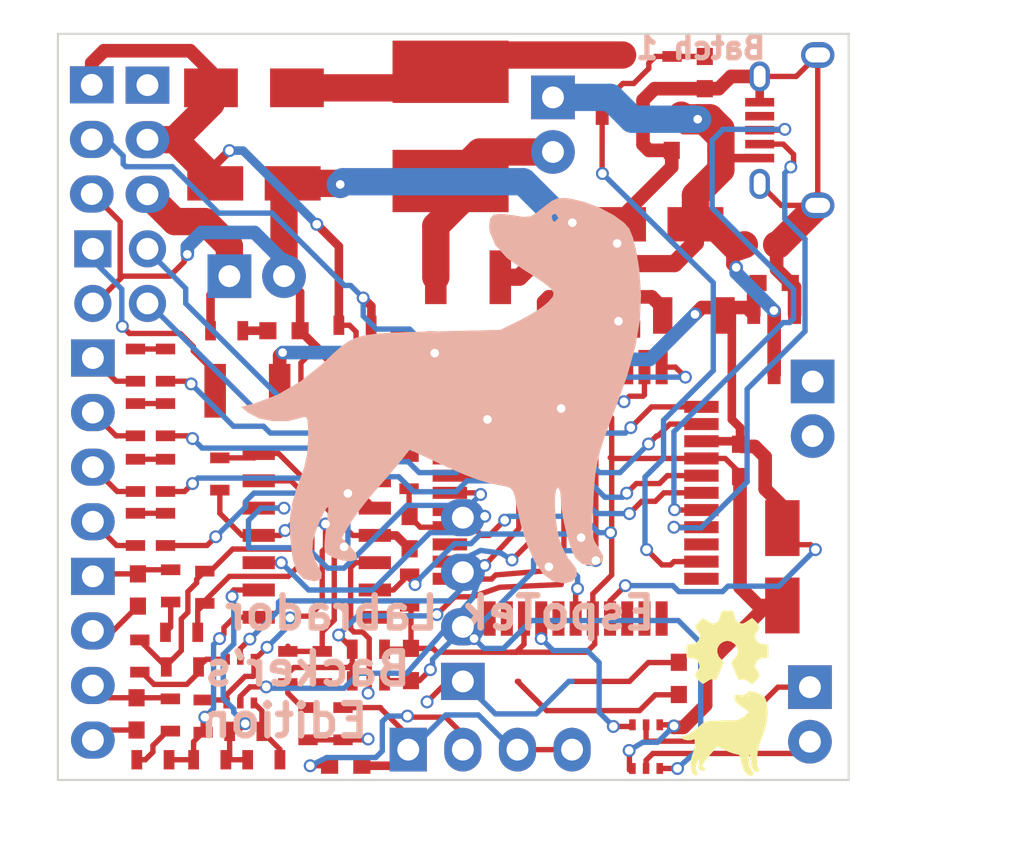
<source format=kicad_pcb>
(kicad_pcb (version 20241229) (generator "pcbnew") (generator_version "9.0")
  (layers (0 "F.Cu" signal) (2 "B.Cu" signal) (13 "F.Paste" user) (15 "B.Paste" user) (5 "F.SilkS" user) (7 "B.SilkS" user) (1 "F.Mask" user) (3 "B.Mask" user) (25 "Edge.Cuts" user))
  (net 0 "")
  (net 1 "/Scope_CH1_DC")
  (net 2 "/Scoe_CH1_AC")
  (net 3 "/Scope_CH2_DC")
  (net 4 "/Scope_CH2_AC")
  (net 5 "+5V")
  (net 6 "/VGND")
  (net 7 "/VCC_3V3")
  (net 8 "/AVCC")
  (net 9 "/PSU_Unfiltered_Raw")
  (net 10 "/S-Gen_CH1_AC")
  (net 11 "/S-Gen_CH1_DC")
  (net 12 "/S-Gen_CH2_AC")
  (net 13 "/S-Gen_CH2_DC")
  (net 14 "/OPAMP_VCC")
  (net 15 "/QTop")
  (net 16 "Net-(D2-Pad2)")
  (net 17 "/3V3_OUT")
  (net 18 "/PSU_FDBK")
  (net 19 "/CH2")
  (net 20 "Net-(IC1-Pad3)")
  (net 21 "/TO_B0")
  (net 22 "/TO_B1")
  (net 23 "/DAC_OUT")
  (net 24 "/DAC_OUT2")
  (net 25 "Net-(IC1-Pad9)")
  (net 26 "Net-(IC1-Pad10)")
  (net 27 "/XCK")
  (net 28 "/DIG_CH2")
  (net 29 "Net-(IC1-Pad13)")
  (net 30 "/DIG_CH1")
  (net 31 "Net-(IC1-Pad16)")
  (net 32 "Net-(IC1-Pad20)")
  (net 33 "Net-(IC1-Pad21)")
  (net 34 "Net-(IC1-Pad22)")
  (net 35 "Net-(IC1-Pad23)")
  (net 36 "/PSU_PWM")
  (net 37 "Net-(IC1-Pad25)")
  (net 38 "/D-")
  (net 39 "/D+")
  (net 40 "/D0-prefuse")
  (net 41 "/D1-prefuse")
  (net 42 "/D2-prefuse")
  (net 43 "/D3-prefuse")
  (net 44 "/PDI_CLK")
  (net 45 "/PDI_DATA")
  (net 46 "Net-(IC1-Pad36)")
  (net 47 "Net-(IC1-Pad37)")
  (net 48 "Net-(IC1-Pad41)")
  (net 49 "/CH1")
  (net 50 "Net-(IC1-Pad43)")
  (net 51 "/AVCC_ON_2")
  (net 52 "Net-(L3-Pad1)")
  (net 53 "/Disconnected_USB")
  (net 54 "/D3-OUT")
  (net 55 "/D2-OUT")
  (net 56 "/D1_OUT")
  (net 57 "/D0_OUT")
  (net 58 "/PSU_OUT")
  (net 59 "/L-Ana_IN_CH1")
  (net 60 "/L-Ana_IN_CH2")
  (net 61 "/Switch_OC")
  (net 62 "/Scope_Buffer_Input_CH1")
  (net 63 "/Scope_Buffer_Input_CH2")
  (net 64 "/D0_MID")
  (net 65 "/D1_MID")
  (net 66 "/D2_MID")
  (net 67 "/D3_MID")
  (net 68 "/V_minus_dac_out2")
  (net 69 "/S-Gen_Drain_Top_CH2")
  (net 70 "/V_minus_dac_out")
  (net 71 "/S-Gen_Drain_Top_CH1")
  (net 72 "/Buffered_DAC_CH1")
  (net 73 "/Buffered_DAC_CH2")
  (net 74 "/R22-R24")
  (net 75 "/R23-R25")
  (net 76 "Net-(F2-Pad2)")
  (footprint "Capacitors_SMD:C_0603" (layer "F.Cu") (at 98.3742 129.2098 -90)
    (property "Reference" "C1")
    (property "Value" "C")
  )
  (footprint "Capacitors_SMD:C_0603" (layer "F.Cu") (at 82.8802 133.2738 180)
    (property "Reference" "C2")
    (property "Value" "C")
  )
  (footprint "Capacitors_SMD:C_0603" (layer "F.Cu") (at 102.1715 109.0295)
    (property "Reference" "C3")
    (property "Value" "C_Small")
  )
  (footprint "Capacitors_SMD:C_0603" (layer "F.Cu") (at 101.219 119.0625 -90)
    (property "Reference" "C4")
    (property "Value" "C_Small")
  )
  (footprint "Capacitors_SMD:C_0603" (layer "F.Cu") (at 85.9155 128.5621 90)
    (property "Reference" "C5")
    (property "Value" "C_Small")
  )
  (footprint "Capacitors_SMD:c_elec_4x5.3" (layer "F.Cu") (at 103.1875 124.0155 90)
    (property "Reference" "C6")
    (property "Value" "CP1")
  )
  (footprint "Capacitors_SMD:C_0603" (layer "F.Cu") (at 81.5975 116.205 -90)
    (property "Reference" "C7")
    (property "Value" "C")
  )
  (footprint "Capacitors_SMD:C_0603" (layer "F.Cu") (at 96.2025 112.2045 -90)
    (property "Reference" "C8")
    (property "Value" "C")
  )
  (footprint "Capacitors_SMD:c_elec_4x5.3" (layer "F.Cu") (at 97.3455 108.077)
    (property "Reference" "C9")
    (property "Value" "CP1")
  )
  (footprint "Capacitors_SMD:C_0603" (layer "F.Cu") (at 98.044 103.886 -90)
    (property "Reference" "C10")
    (property "Value" "C")
  )
  (footprint "Capacitors_SMD:C_0603" (layer "F.Cu") (at 102.8065 110.8075)
    (property "Reference" "C11")
    (property "Value" "C")
  )
  (footprint "Capacitors_SMD:C_0603" (layer "F.Cu") (at 73.2155 125.095 90)
    (property "Reference" "C13")
    (property "Value" "C")
  )
  (footprint "Capacitors_SMD:C_0603" (layer "F.Cu") (at 73.152 130.8608 90)
    (property "Reference" "C14")
    (property "Value" "C")
  )
  (footprint "Capacitors_SMD:c_elec_4x5.3" (layer "F.Cu") (at 78.613 106.172 180)
    (property "Reference" "C15")
    (property "Value" "CP1")
  )
  (footprint "Capacitors_SMD:C_0603" (layer "F.Cu") (at 85.852 122.428 90)
    (property "Reference" "C16")
    (property "Value" "C")
  )
  (footprint "Capacitors_SMD:C_0603" (layer "F.Cu") (at 94.8055 112.2045 -90)
    (property "Reference" "C17")
    (property "Value" "C")
  )
  (footprint "Capacitors_SMD:C_0603" (layer "F.Cu") (at 92.837 112.7125)
    (property "Reference" "C18")
    (property "Value" "C")
  )
  (footprint "Diodes_SMD:SMA_Standard" (layer "F.Cu") (at 78.613 101.727)
    (property "Reference" "D1")
    (property "Value" "D_Schottky")
  )
  (footprint "LEDs:LED_0603" (layer "F.Cu") (at 80.01 113.03 180)
    (property "Reference" "D2")
    (property "Value" "LED")
  )
  (footprint "Capacitors_SMD:C_1210" (layer "F.Cu") (at 78.3082 115.824)
    (property "Reference" "F1")
    (property "Value" "F_Small")
  )
  (footprint "Housings_QFP:LQFP-44_10x10mm_Pitch0.8mm" (layer "F.Cu") (at 93.5736 120.5738)
    (property "Reference" "IC1")
    (property "Value" "ATXMEGA32A4U-AU")
  )
  (footprint "Resistors_SMD:R_1206" (layer "F.Cu") (at 99.0727 112.3188 180)
    (property "Reference" "L2")
    (property "Value" "INDUCTOR")
  )
  (footprint "Resistors_SMD:R_1206" (layer "F.Cu") (at 86.868 113.919 180)
    (property "Reference" "L3")
    (property "Value" "INDUCTOR")
  )
  (footprint "Resistors_SMD:R_1206" (layer "F.Cu") (at 84.455 116.332)
    (property "Reference" "L4")
    (property "Value" "INDUCTOR")
  )
  (footprint "Pin_Headers:Pin_Header_Straight_1x04" (layer "F.Cu") (at 88.3285 129.3495 180)
    (property "Reference" "P1")
    (property "Value" "SCOPE_OUT")
  )
  (footprint "Connect:USB_Micro-B_WIDE" (layer "F.Cu") (at 103.6955 103.6955 90)
    (property "Reference" "P2")
    (property "Value" "USB_OTG")
  )
  (footprint "Pin_Headers:Pin_Header_Straight_1x04" (layer "F.Cu") (at 71.12 114.3)
    (property "Reference" "P3")
    (property "Value" "DIG_OUT")
  )
  (footprint "Pin_Headers:Pin_Header_Straight_2x02" (layer "F.Cu") (at 71.12 109.22)
    (property "Reference" "P4")
    (property "Value" "PDI/3V3")
  )
  (footprint "Pin_Headers:Pin_Header_Straight_1x04" (layer "F.Cu") (at 85.7885 132.5245 90)
    (property "Reference" "P5")
    (property "Value" "SCOPE_OUT")
  )
  (footprint "Pin_Headers:Pin_Header_Straight_1x04" (layer "F.Cu") (at 71.12 124.46)
    (property "Reference" "P6")
    (property "Value" "DAC_OUT")
  )
  (footprint "Pin_Headers:Pin_Header_Straight_1x02" (layer "F.Cu") (at 77.47 110.49 90)
    (property "Reference" "P7")
    (property "Value" "PSU")
  )
  (footprint "Pin_Headers:Pin_Header_Straight_1x02" (layer "F.Cu") (at 104.4702 129.6162)
    (property "Reference" "P8")
    (property "Value" "DIG_IN")
  )
  (footprint "Pin_Headers:Pin_Header_Straight_1x03" (layer "F.Cu") (at 71.0692 101.5873)
    (property "Reference" "P10")
    (property "Value" "EXPANSION")
  )
  (footprint "Pin_Headers:Pin_Header_Straight_1x03" (layer "F.Cu") (at 73.66 101.6)
    (property "Reference" "P11")
    (property "Value" "SWITCH")
  )
  (footprint "SMD:SOT-23-3" (layer "F.Cu") (at 95.758 101.6 180)
    (property "Reference" "Q1")
    (property "Value" "Q_NMOS_GSD" (hide yes))
  )
  (footprint "Resistors_SMD:R_0603" (layer "F.Cu") (at 82.7532 131.318 90)
    (property "Reference" "R1")
    (property "Value" "1M")
  )
  (footprint "Resistors_SMD:R_0603" (layer "F.Cu") (at 81.788 128.7018 -90)
    (property "Reference" "R2")
    (property "Value" "1M")
  )
  (footprint "Resistors_SMD:R_0603" (layer "F.Cu") (at 81.1276 131.318 90)
    (property "Reference" "R3")
    (property "Value" "75K")
  )
  (footprint "Resistors_SMD:R_0603" (layer "F.Cu") (at 80.1878 128.7018 90)
    (property "Reference" "R4")
    (property "Value" "75K")
  )
  (footprint "Resistors_SMD:R_0603" (layer "F.Cu") (at 83.9343 129.3241 180)
    (property "Reference" "R5")
    (property "Value" "1K")
  )
  (footprint "Resistors_SMD:R_0603" (layer "F.Cu") (at 83.9343 127.8509 180)
    (property "Reference" "R6")
    (property "Value" "1K")
  )
  (footprint "Resistors_SMD:R_0603" (layer "F.Cu") (at 73.1012 122.2756 -90)
    (property "Reference" "R7")
    (property "Value" "28R")
  )
  (footprint "Resistors_SMD:R_0603" (layer "F.Cu") (at 73.1012 119.761 -90)
    (property "Reference" "R8")
    (property "Value" "28R")
  )
  (footprint "Resistors_SMD:R_0603" (layer "F.Cu") (at 73.1012 117.1702 -90)
    (property "Reference" "R9")
    (property "Value" "28R")
  )
  (footprint "Resistors_SMD:R_0603" (layer "F.Cu") (at 73.1012 114.6302 -90)
    (property "Reference" "R10")
    (property "Value" "28R")
  )
  (footprint "Resistors_SMD:R_0603" (layer "F.Cu") (at 74.4982 122.2756 90)
    (property "Reference" "R11")
    (property "Value" "28R")
  )
  (footprint "Resistors_SMD:R_0603" (layer "F.Cu") (at 74.4982 119.761 90)
    (property "Reference" "R12")
    (property "Value" "28R")
  )
  (footprint "Resistors_SMD:R_0603" (layer "F.Cu") (at 74.4982 117.1702 90)
    (property "Reference" "R13")
    (property "Value" "28R")
  )
  (footprint "Resistors_SMD:R_0603" (layer "F.Cu") (at 74.4982 114.6302 90)
    (property "Reference" "R14")
    (property "Value" "28R")
  )
  (footprint "Resistors_SMD:R_0603" (layer "F.Cu") (at 79.0702 132.9944)
    (property "Reference" "R15")
    (property "Value" "1K")
  )
  (footprint "Resistors_SMD:R_0603" (layer "F.Cu") (at 78.232 131.6736)
    (property "Reference" "R16")
    (property "Value" "1K")
  )
  (footprint "Resistors_SMD:R_0603" (layer "F.Cu") (at 75.2856 128.6764)
    (property "Reference" "R17")
    (property "Value" "1K")
  )
  (footprint "Resistors_SMD:R_0603" (layer "F.Cu") (at 73.3044 128.1684 -90)
    (property "Reference" "R18")
    (property "Value" "1K")
  )
  (footprint "Resistors_SMD:R_0603" (layer "F.Cu") (at 76.327 124.968 90)
    (property "Reference" "R19")
    (property "Value" "1K")
  )
  (footprint "Resistors_SMD:R_0603" (layer "F.Cu") (at 76.5556 132.9944)
    (property "Reference" "R20")
    (property "Value" "1K")
  )
  (footprint "Resistors_SMD:R_0603" (layer "F.Cu") (at 85.852 125.095 -90)
    (property "Reference" "R21")
    (property "Value" "1K")
  )
  (footprint "Resistors_SMD:R_0603" (layer "F.Cu") (at 75.2475 127.0635)
    (property "Reference" "R22")
    (property "Value" "28R")
  )
  (footprint "Resistors_SMD:R_0603" (layer "F.Cu") (at 73.914 132.9944)
    (property "Reference" "R23")
    (property "Value" "28R")
  )
  (footprint "Resistors_SMD:R_0603" (layer "F.Cu") (at 74.7395 124.9045 -90)
    (property "Reference" "R24")
    (property "Value" "28R")
  )
  (footprint "Resistors_SMD:R_0603" (layer "F.Cu") (at 74.7268 130.9116 -90)
    (property "Reference" "R25")
    (property "Value" "28R")
  )
  (footprint "Resistors_SMD:R_0603" (layer "F.Cu") (at 83.312 112.776)
    (property "Reference" "R26")
    (property "Value" "1K")
  )
  (footprint "Resistors_SMD:R_0603" (layer "F.Cu") (at 83.312 114.3 180)
    (property "Reference" "R27")
    (property "Value" "100R")
  )
  (footprint "Resistors_SMD:R_0603" (layer "F.Cu") (at 85.8266 119.634 90)
    (property "Reference" "R28")
    (property "Value" "1K")
  )
  (footprint "Resistors_SMD:R_0603" (layer "F.Cu") (at 77.0255 119.6975 -90)
    (property "Reference" "R29")
    (property "Value" "1K")
  )
  (footprint "Resistors_SMD:R_0603" (layer "F.Cu") (at 76.2508 130.9624 -90)
    (property "Reference" "R30")
    (property "Value" "1K")
  )
  (footprint "Resistors_SMD:R_0603" (layer "F.Cu") (at 98.0567 101.0158 -90)
    (property "Reference" "R31")
    (property "Value" "1K")
  )
  (footprint "Resistors_SMD:R_0603" (layer "F.Cu") (at 77.343 113.03)
    (property "Reference" "R32")
    (property "Value" "1K")
  )
  (footprint "SMD:SOT-23-3" (layer "F.Cu") (at 102.8065 113.665)
    (property "Reference" "U1")
    (property "Value" "78L05" (hide yes))
  )
  (footprint "Housings_SOIC:SOIC-14_3.9x8.7mm_Pitch1.27mm" (layer "F.Cu") (at 81.534 122.555 180)
    (property "Reference" "U2")
    (property "Value" "LM324")
  )
  (footprint "TO_SOT_Packages_SMD:SOT-363" (layer "F.Cu") (at 77.978 129.3368 -90)
    (property "Reference" "U3")
    (property "Value" "DMN63D8LDW")
  )
  (footprint "TO_SOT_Packages_SMD:SOT-363" (layer "F.Cu") (at 96.8502 132.3848 90)
    (property "Reference" "U4")
    (property "Value" "DMN63D8LDW")
  )
  (footprint "Pin_Headers:Pin_Header_Straight_1x02" (layer "F.Cu") (at 104.5972 115.3922)
    (property "Reference" "REF**")
    (property "Value" "Pin_Header_Straight_1x02")
  )
  (footprint "labralogo:logo800dpi" (layer "F.Cu") (at 100.4824 131.7752)
    (property "Reference" "G***" (hide yes))
    (property "Value" "LOGO" (hide yes))
  )
  (footprint "labralogo:oshwnotext500dpi" (layer "F.Cu") (at 100.6094 127.8382)
    (property "Reference" "G***" (hide yes))
    (property "Value" "LOGO" (hide yes))
  )
  (footprint "Capacitors_SMD:C_0603" (layer "F.Cu") (at 99.5807 101.0158 -90)
    (property "Reference" "C12")
    (property "Value" "C")
  )
  (footprint "Capacitors_SMD:C_1210" (layer "F.Cu") (at 88.5698 110.5408 180)
    (property "Reference" "F2")
    (property "Value" "F_Small")
  )
  (footprint "Special_inductor:SMALL_INDUCTOR" (layer "F.Cu") (at 87.757 105.9815 -90)
    (property "Reference" "L1")
    (property "Value" "INDUCTOR")
  )
  (footprint "Pin_Headers:Pin_Header_Straight_1x02" (layer "F.Cu") (at 92.5195 102.1715)
    (property "Reference" "P9")
    (property "Value" "FUSE_BYPASS")
  )
  (footprint "labralogo:logo175dpi" (layer "F.Cu") (at 87.376 115.824)
    (property "Reference" "Main_Logo" (hide yes))
    (property "Value" "LARGE_LOGO" (hide yes))
  )
  (gr_line (start 106.2736 99.2886) (end 106.2736 133.9342) (stroke (width 0.1)) (layer "Edge.Cuts"))
  (gr_line (start 69.4944 99.2124) (end 106.299 99.2124) (stroke (width 0.1)) (layer "Edge.Cuts"))
  (gr_line (start 69.4944 133.9342) (end 69.4944 99.2124) (stroke (width 0.1)) (layer "Edge.Cuts"))
  (gr_line (start 106.2736 133.9342) (end 69.5452 133.9342) (stroke (width 0.1)) (layer "Edge.Cuts"))
  (gr_text "Batch 1" (at 99.3902 99.8728 0) (layer "B.SilkS") (effects (font (size 1 1) (thickness 0.25)) (justify mirror)))
  (gr_text "Backer's\n" (at 81.1022 128.7653 0) (layer "B.SilkS") (effects (font (size 1.5 1.5) (thickness 0.3)) (justify mirror)))
  (gr_text "Edition" (at 80.0227 131.1783 0) (layer "B.SilkS") (effects (font (size 1.5 1.5) (thickness 0.3)) (justify mirror)))
  (gr_text "EspoTek Labrador" (at 87.2617 126.1618 0) (layer "B.SilkS") (effects (font (size 1.5 1.5) (thickness 0.3)) (justify mirror)))
  (segment (start 96.0755 129.3495) (end 96.9525 128.4725) (width 0.25) (layer "F.Cu") (net 1))
  (segment (start 96.9525 128.4725) (end 98.044 128.4725) (width 0.25) (layer "F.Cu") (net 1))
  (segment (start 95.9485 129.3495) (end 93.4085 129.3495) (width 0.25) (layer "F.Cu") (net 1))
  (segment (start 87.6173 129.3495) (end 88.3285 129.3495) (width 0.25) (layer "F.Cu") (net 1))
  (segment (start 95.9485 129.3495) (end 96.0755 129.3495) (width 0.25) (layer "F.Cu") (net 1))
  (segment (start 86.6648 130.302) (end 87.6173 129.3495) (width 0.25) (layer "F.Cu") (net 1))
  (via (at 86.6648 130.302) (size 0.6) (drill 0.4) (layers "F.Cu" "B.Cu") (net 1))
  (segment (start 93.2561 129.3495) (end 91.7448 130.8608) (width 0.25) (layer "B.Cu") (net 1))
  (segment (start 91.7448 130.8608) (end 89.8398 130.8608) (width 0.25) (layer "B.Cu") (net 1))
  (segment (start 89.8398 130.8608) (end 88.3285 129.3495) (width 0.25) (layer "B.Cu") (net 1))
  (segment (start 93.4085 129.3495) (end 93.2561 129.3495) (width 0.25) (layer "B.Cu") (net 1))
  (segment (start 97.2813 129.9725) (end 96.5454 130.7084) (width 0.25) (layer "F.Cu") (net 2))
  (segment (start 96.5454 130.7084) (end 92.2274 130.7084) (width 0.25) (layer "F.Cu") (net 2))
  (segment (start 92.2274 130.7084) (end 90.8685 129.3495) (width 0.25) (layer "F.Cu") (net 2))
  (segment (start 98.044 129.9725) (end 97.2813 129.9725) (width 0.25) (layer "F.Cu") (net 2))
  (segment (start 90.8685 129.3495) (end 90.932 129.3495) (width 0.25) (layer "F.Cu") (net 2))
  (segment (start 85.0646 133.2484) (end 85.7885 132.5245) (width 0.25) (layer "F.Cu") (net 3))
  (segment (start 85.0392 133.2738) (end 85.7885 132.5245) (width 0.4) (layer "F.Cu") (net 3))
  (segment (start 85.7885 132.5245) (end 85.7885 132.6261) (width 0.25) (layer "F.Cu") (net 3))
  (segment (start 84.5 130.597298) (end 84.5 130.568) (width 0.25) (layer "F.Cu") (net 3))
  (segment (start 85.7885 132.5245) (end 85.7885 131.885798) (width 0.25) (layer "F.Cu") (net 3))
  (segment (start 90.8685 132.5245) (end 93.4085 132.5245) (width 0.25) (layer "F.Cu") (net 3))
  (segment (start 85.7885 131.885798) (end 84.5 130.597298) (width 0.25) (layer "F.Cu") (net 3))
  (segment (start 84.5 130.568) (end 82.7532 130.568) (width 0.25) (layer "F.Cu") (net 3))
  (segment (start 83.6302 133.2738) (end 85.0392 133.2738) (width 0.4) (layer "F.Cu") (net 3))
  (segment (start 85.9155 132.5245) (end 87.5284 130.9116) (width 0.25) (layer "B.Cu") (net 3))
  (segment (start 87.5284 130.9116) (end 89.0524 130.9116) (width 0.25) (layer "B.Cu") (net 3))
  (segment (start 89.0524 130.9116) (end 90.6653 132.5245) (width 0.25) (layer "B.Cu") (net 3))
  (segment (start 90.6653 132.5245) (end 90.8685 132.5245) (width 0.25) (layer "B.Cu") (net 3))
  (segment (start 85.7885 132.5245) (end 85.9155 132.5245) (width 0.25) (layer "B.Cu") (net 3))
  (segment (start 85.7504 130.9624) (end 85.8012 131.0132) (width 0.25) (layer "F.Cu") (net 4))
  (segment (start 85.8012 131.0132) (end 87.5284 131.0132) (width 0.25) (layer "F.Cu") (net 4))
  (segment (start 87.5284 131.0132) (end 88.3285 131.8133) (width 0.25) (layer "F.Cu") (net 4))
  (segment (start 88.3285 131.8133) (end 88.3285 132.5245) (width 0.25) (layer "F.Cu") (net 4))
  (segment (start 82.1182 133.2738) (end 81.2292 133.2738) (width 0.25) (layer "F.Cu") (net 4))
  (via (at 85.7504 130.9624) (size 0.6) (drill 0.4) (layers "F.Cu" "B.Cu") (net 4))
  (via (at 81.2292 133.2738) (size 0.6) (drill 0.4) (layers "F.Cu" "B.Cu") (net 4))
  (segment (start 81.2292 133.2738) (end 81.9912 132.8928) (width 0.25) (layer "B.Cu") (net 4))
  (segment (start 81.9912 132.8928) (end 84.2772 132.8928) (width 0.25) (layer "B.Cu") (net 4))
  (segment (start 84.2772 132.8928) (end 84.582 132.588) (width 0.25) (layer "B.Cu") (net 4))
  (segment (start 84.582 132.588) (end 84.582 131.2164) (width 0.25) (layer "B.Cu") (net 4))
  (segment (start 84.582 131.2164) (end 84.836 130.9624) (width 0.25) (layer "B.Cu") (net 4))
  (segment (start 84.836 130.9624) (end 85.7504 130.9624) (width 0.25) (layer "B.Cu") (net 4))
  (segment (start 88.3285 132.5245) (end 88.3285 132.6769) (width 0.25) (layer "B.Cu") (net 4))
  (segment (start 100.6784 104.9964) (end 100.33 104.648) (width 0.4) (layer "F.Cu") (net 5))
  (segment (start 99.3775 103.6955) (end 98.6035 103.6955) (width 0.4) (layer "F.Cu") (net 5))
  (segment (start 98.6035 103.6955) (end 98.044 103.136) (width 0.4) (layer "F.Cu") (net 5))
  (segment (start 99.14636 106.72064) (end 100.33 105.537) (width 1.27) (layer "F.Cu") (net 5))
  (segment (start 100.33 105.537) (end 100.33 104.648) (width 1.27) (layer "F.Cu") (net 5))
  (segment (start 100.33 104.648) (end 99.3775 103.6955) (width 0.4) (layer "F.Cu") (net 5))
  (segment (start 100.33 103.632) (end 99.822 103.124) (width 1.27) (layer "F.Cu") (net 5))
  (segment (start 99.822 103.124) (end 98.6155 103.124) (width 1.27) (layer "F.Cu") (net 5))
  (segment (start 98.6155 103.124) (end 98.4885 102.997) (width 1.27) (layer "F.Cu") (net 5))
  (segment (start 99.949 108.077) (end 100.8888 109.0168) (width 1.27) (layer "F.Cu") (net 5))
  (segment (start 101.0285 109.1565) (end 101.4215 109.0295) (width 1.27) (layer "F.Cu") (net 5))
  (segment (start 102.8065 112.1029) (end 102.7938 112.0902) (width 0.635) (layer "F.Cu") (net 5))
  (segment (start 101.0412 110.0836) (end 100.8888 109.9312) (width 0.635) (layer "F.Cu") (net 5))
  (segment (start 100.8888 109.9312) (end 100.8888 109.0168) (width 0.635) (layer "F.Cu") (net 5))
  (segment (start 100.8888 109.0168) (end 101.0285 109.1565) (width 1.27) (layer "F.Cu") (net 5))
  (segment (start 99.14636 108.93044) (end 98.171 109.9058) (width 0.8) (layer "F.Cu") (net 5))
  (segment (start 98.171 109.9058) (end 91.5924 109.9058) (width 0.8) (layer "F.Cu") (net 5))
  (segment (start 91.5924 109.9058) (end 90.9574 110.5408) (width 0.8) (layer "F.Cu") (net 5))
  (segment (start 90.9574 110.5408) (end 90.0698 110.5408) (width 0.8) (layer "F.Cu") (net 5))
  (segment (start 99.2505 103.1875) (end 99.2505 103.124) (width 1.27) (layer "F.Cu") (net 5))
  (segment (start 99.2505 103.124) (end 99.822 103.124) (width 1.27) (layer "F.Cu") (net 5))
  (segment (start 102.13296 104.9964) (end 100.6784 104.9964) (width 0.4) (layer "F.Cu") (net 5))
  (segment (start 99.14636 108.077) (end 99.949 108.077) (width 1.27) (layer "F.Cu") (net 5))
  (segment (start 100.33 104.648) (end 100.33 103.632) (width 1.27) (layer "F.Cu") (net 5))
  (segment (start 99.14636 108.077) (end 99.14636 106.72064) (width 1.27) (layer "F.Cu") (net 5))
  (segment (start 102.8065 115.065) (end 102.8065 112.1029) (width 0.635) (layer "F.Cu") (net 5))
  (segment (start 99.14636 108.077) (end 99.14636 108.93044) (width 0.8) (layer "F.Cu") (net 5))
  (via (at 102.7938 112.0902) (size 0.6) (drill 0.4) (layers "F.Cu" "B.Cu") (net 5))
  (via (at 99.2505 103.1875) (size 0.6) (drill 0.4) (layers "F.Cu" "B.Cu") (net 5))
  (via (at 101.0412 110.0836) (size 0.6) (drill 0.4) (layers "F.Cu" "B.Cu") (net 5))
  (segment (start 102.7938 112.0902) (end 101.0412 110.3376) (width 0.635) (layer "B.Cu") (net 5))
  (segment (start 101.0412 110.3376) (end 101.0412 110.0836) (width 0.635) (layer "B.Cu") (net 5))
  (segment (start 95.1865 102.1715) (end 96.2025 103.1875) (width 1.27) (layer "B.Cu") (net 5))
  (segment (start 96.2025 103.1875) (end 99.2505 103.1875) (width 1.27) (layer "B.Cu") (net 5))
  (segment (start 92.5195 102.1715) (end 95.1865 102.1715) (width 1.27) (layer "B.Cu") (net 5))
  (segment (start 80.01 106.57586) (end 80.41386 106.172) (width 1.27) (layer "F.Cu") (net 6))
  (segment (start 71.247 111.76) (end 72.39 110.617) (width 0.25) (layer "F.Cu") (net 6))
  (segment (start 72.39 107.95) (end 72.39 110.617) (width 0.25) (layer "F.Cu") (net 6))
  (segment (start 72.39 107.95) (end 71.12 106.68) (width 0.25) (layer "F.Cu") (net 6))
  (segment (start 82.0293 114.3) (end 81.788 114.0587) (width 0.4) (layer "F.Cu") (net 6))
  (segment (start 80.7593 111.2393) (end 80.01 110.49) (width 0.4) (layer "F.Cu") (net 6))
  (segment (start 81.5975 117.4115) (end 81.8642 117.6782) (width 0.25) (layer "F.Cu") (net 6))
  (segment (start 81.7245 114.2365) (end 81.84515 114.11585) (width 0.25) (layer "F.Cu") (net 6))
  (segment (start 81.84515 114.11585) (end 81.788 114.173) (width 0.25) (layer "F.Cu") (net 6))
  (segment (start 81.788 114.173) (end 81.788 114.0587) (width 0.25) (layer "F.Cu") (net 6))
  (segment (start 81.788 114.0587) (end 80.7593 113.03) (width 0.4) (layer "F.Cu") (net 6))
  (segment (start 78.0542 122.555) (end 77.0255 121.5263) (width 0.25) (layer "F.Cu") (net 6))
  (segment (start 77.0255 121.5263) (end 77.0255 120.4475) (width 0.25) (layer "F.Cu") (net 6))
  (segment (start 77.2026 130.2124) (end 77.343 130.3528) (width 0.25) (layer "F.Cu") (net 6))
  (segment (start 79.8322 122.555) (end 80.0608 122.3264) (width 0.25) (layer "F.Cu") (net 6))
  (segment (start 81.9404 122.0216) (end 82.169 121.793) (width 0.25) (layer "F.Cu") (net 6))
  (segment (start 82.169 121.793) (end 82.169 121.469998) (width 0.25) (layer "F.Cu") (net 6))
  (segment (start 82.169 121.469998) (end 81.8642 121.165198) (width 0.25) (layer "F.Cu") (net 6))
  (segment (start 81.8642 121.165198) (end 81.8642 117.6782) (width 0.25) (layer "F.Cu") (net 6))
  (segment (start 85.8266 121.6526) (end 85.852 121.678) (width 0.25) (layer "F.Cu") (net 6))
  (segment (start 85.8767 127.8509) (end 85.9155 127.8121) (width 0.25) (layer "F.Cu") (net 6))
  (segment (start 85.9155 125.9085) (end 85.852 125.845) (width 0.25) (layer "F.Cu") (net 6))
  (segment (start 86.0926 127.635) (end 85.9155 127.8121) (width 0.25) (layer "F.Cu") (net 6))
  (segment (start 75.5142 109.474) (end 75.3618 109.6264) (width 0.25) (layer "F.Cu") (net 6))
  (segment (start 75.3618 109.6264) (end 75.3618 109.8296) (width 0.25) (layer "F.Cu") (net 6))
  (segment (start 75.3618 109.8296) (end 74.7014 110.49) (width 0.25) (layer "F.Cu") (net 6))
  (segment (start 74.7014 110.49) (end 72.517 110.49) (width 0.25) (layer "F.Cu") (net 6))
  (segment (start 72.517 110.49) (end 72.39 110.617) (width 0.25) (layer "F.Cu") (net 6))
  (segment (start 81.4458 116.955) (end 80.7974 116.3066) (width 0.25) (layer "F.Cu") (net 6))
  (segment (start 80.7974 116.3066) (end 80.7974 114.5286) (width 0.25) (layer "F.Cu") (net 6))
  (segment (start 80.7974 114.5286) (end 81.0895 114.2365) (width 0.25) (layer "F.Cu") (net 6))
  (segment (start 81.0895 114.2365) (end 81.7245 114.2365) (width 0.25) (layer "F.Cu") (net 6))
  (segment (start 86.3478 122.1738) (end 85.852 121.678) (width 0.25) (layer "F.Cu") (net 6))
  (segment (start 77.343 129.970402) (end 78.198004 129.115398) (width 0.25) (layer "F.Cu") (net 6))
  (segment (start 78.198004 129.115398) (end 78.580402 129.115398) (width 0.25) (layer "F.Cu") (net 6))
  (segment (start 78.580402 129.115398) (end 78.613 129.0828) (width 0.25) (layer "F.Cu") (net 6))
  (segment (start 78.613 129.0828) (end 78.613 128.3208) (width 0.25) (layer "F.Cu") (net 6))
  (segment (start 81.9404 123.1392) (end 81.788 123.2916) (width 0.25) (layer "F.Cu") (net 6))
  (segment (start 81.788 123.2916) (end 81.788 125.7046) (width 0.25) (layer "F.Cu") (net 6))
  (segment (start 81.788 125.7046) (end 81.1784 126.3142) (width 0.25) (layer "F.Cu") (net 6))
  (segment (start 81.1784 126.3142) (end 80.3656 126.3142) (width 0.25) (layer "F.Cu") (net 6))
  (segment (start 80.3656 126.3142) (end 80.2894 126.3904) (width 0.25) (layer "F.Cu") (net 6))
  (segment (start 78.6638 128.3208) (end 79.2226 127.762) (width 0.25) (layer "F.Cu") (net 6))
  (segment (start 94.3736 125.2729) (end 95.25 124.3965) (width 0.25) (layer "F.Cu") (net 6))
  (segment (start 95.25 124.3965) (end 95.25 122.428) (width 0.25) (layer "F.Cu") (net 6))
  (segment (start 95.25 117.094) (end 94.3736 116.2176) (width 0.25) (layer "F.Cu") (net 6))
  (segment (start 94.3736 116.2176) (end 94.3736 114.7238) (width 0.25) (layer "F.Cu") (net 6))
  (segment (start 95.25 118.9738) (end 95.2117 118.9355) (width 0.25) (layer "F.Cu") (net 6))
  (segment (start 95.2117 118.9355) (end 95.1865 118.9355) (width 0.25) (layer "F.Cu") (net 6))
  (segment (start 95.1865 118.9355) (end 95.25 118.9355) (width 0.25) (layer "F.Cu") (net 6))
  (segment (start 95.25 118.9355) (end 95.25 117.094) (width 0.25) (layer "F.Cu") (net 6))
  (segment (start 94.5635 112.7125) (end 94.8055 112.9545) (width 0.635) (layer "F.Cu") (net 6))
  (segment (start 94.3736 113.3864) (end 94.8055 112.9545) (width 0.25) (layer "F.Cu") (net 6))
  (segment (start 95.377 112.9545) (end 94.8055 112.9545) (width 0.635) (layer "F.Cu") (net 6))
  (segment (start 95.377 112.776) (end 95.5675 112.5855) (width 0.25) (layer "F.Cu") (net 6))
  (segment (start 95.504 108.966) (end 95.54464 108.92536) (width 0.25) (layer "F.Cu") (net 6))
  (segment (start 95.54464 108.92536) (end 95.54464 108.077) (width 0.25) (layer "F.Cu") (net 6))
  (segment (start 103.83296 101.1964) (end 104.83296 100.1964) (width 0.25) (layer "F.Cu") (net 6))
  (segment (start 103.13296 107.1964) (end 102.13296 106.1964) (width 0.25) (layer "F.Cu") (net 6))
  (segment (start 102.99986 109.0295) (end 104.83296 107.1964) (width 1.27) (layer "F.Cu") (net 6))
  (segment (start 86.9435 127.8121) (end 87.122 127.9906) (width 0.25) (layer "F.Cu") (net 6))
  (segment (start 87.122 127.9906) (end 90.5764 127.9906) (width 0.25) (layer "F.Cu") (net 6))
  (segment (start 90.805 127.9906) (end 91.1736 127.622) (width 0.25) (layer "F.Cu") (net 6))
  (segment (start 91.1736 127.622) (end 91.1736 126.4238) (width 0.25) (layer "F.Cu") (net 6))
  (segment (start 90.5764 127.9906) (end 90.805 127.9906) (width 0.25) (layer "F.Cu") (net 6))
  (segment (start 94.0816 127.9906) (end 94.4626 127.6096) (width 0.25) (layer "F.Cu") (net 6))
  (segment (start 94.4626 127.6096) (end 94.4626 126.5128) (width 0.25) (layer "F.Cu") (net 6))
  (segment (start 94.4626 126.5128) (end 94.3736 126.4238) (width 0.25) (layer "F.Cu") (net 6))
  (segment (start 96.0755 132.5753) (end 96.0628 132.5626) (width 0.25) (layer "F.Cu") (net 6))
  (segment (start 98.1456 131.4196) (end 98.1202 131.445) (width 0.25) (layer "F.Cu") (net 6))
  (segment (start 98.1202 131.445) (end 98.1456 131.445) (width 0.25) (layer "F.Cu") (net 6))
  (segment (start 102.45344 125.81636) (end 99.6188 128.651) (width 0.635) (layer "F.Cu") (net 6))
  (segment (start 99.6188 128.651) (end 99.6188 130.4544) (width 0.635) (layer "F.Cu") (net 6))
  (segment (start 99.6188 130.4544) (end 98.584902 131.488298) (width 0.635) (layer "F.Cu") (net 6))
  (segment (start 98.584902 131.488298) (end 98.1456 131.488298) (width 0.635) (layer "F.Cu") (net 6))
  (segment (start 98.1456 131.488298) (end 98.1456 131.445) (width 0.635) (layer "F.Cu") (net 6))
  (segment (start 102.06736 125.81636) (end 101.219 124.968) (width 0.635) (layer "F.Cu") (net 6))
  (segment (start 101.219 124.968) (end 101.219 119.8125) (width 0.635) (layer "F.Cu") (net 6))
  (segment (start 103.7565 111.0075) (end 103.5565 110.8075) (width 0.635) (layer "F.Cu") (net 6))
  (segment (start 102.9215 110.1725) (end 103.5565 110.8075) (width 0.635) (layer "F.Cu") (net 6))
  (segment (start 101.219 119.6594) (end 100.5334 118.9738) (width 0.25) (layer "F.Cu") (net 6))
  (segment (start 100.5334 118.9738) (end 99.4236 118.9738) (width 0.25) (layer "F.Cu") (net 6))
  (segment (start 88.8236 122.1738) (end 89.2048 122.555) (width 0.25) (layer "F.Cu") (net 6))
  (segment (start 89.2048 122.555) (end 89.5604 122.555) (width 0.25) (layer "F.Cu") (net 6))
  (segment (start 89.5604 122.555) (end 90.2716 121.8438) (width 0.25) (layer "F.Cu") (net 6))
  (segment (start 95.1992 122.428) (end 95.25 122.428) (width 0.25) (layer "F.Cu") (net 6))
  (segment (start 95.25 122.428) (end 95.2246 122.428) (width 0.25) (layer "F.Cu") (net 6))
  (segment (start 95.2246 122.428) (end 95.25 122.428) (width 0.25) (layer "F.Cu") (net 6))
  (segment (start 95.25 122.428) (end 95.25 118.9355) (width 0.25) (layer "F.Cu") (net 6))
  (segment (start 82.5754 106.172) (end 82.6262 106.2228) (width 1.27) (layer "F.Cu") (net 6))
  (segment (start 93.4212 108.0008) (end 93.4974 108.077) (width 1.27) (layer "F.Cu") (net 6))
  (segment (start 93.4974 108.077) (end 95.54464 108.077) (width 1.27) (layer "F.Cu") (net 6))
  (segment (start 71.0692 106.6292) (end 71.12 106.68) (width 0.25) (layer "F.Cu") (net 6))
  (segment (start 98.0948 131.3688) (end 98.1456 131.4196) (width 0.25) (layer "F.Cu") (net 6))
  (segment (start 97.2432 101.7658) (end 96.708 102.301) (width 0.635) (layer "F.Cu") (net 6))
  (segment (start 96.708 102.301) (end 96.708 103) (width 0.635) (layer "F.Cu") (net 6))
  (segment (start 96.708 104.3661) (end 96.9779 104.636) (width 0.635) (layer "F.Cu") (net 6))
  (segment (start 96.9779 104.636) (end 98.044 104.636) (width 0.635) (layer "F.Cu") (net 6))
  (segment (start 95.54464 107.90936) (end 98.044 105.41) (width 0.635) (layer "F.Cu") (net 6))
  (segment (start 98.044 105.41) (end 98.044 104.636) (width 0.635) (layer "F.Cu") (net 6))
  (segment (start 100.2277 101.7658) (end 100.7971 101.1964) (width 0.635) (layer "F.Cu") (net 6))
  (segment (start 100.7971 101.1964) (end 102.13296 101.1964) (width 0.635) (layer "F.Cu") (net 6))
  (segment (start 80.7593 113.03) (end 80.7593 111.2393) (width 0.4) (layer "F.Cu") (net 6))
  (segment (start 78.834 122.555) (end 79.8322 122.555) (width 0.25) (layer "F.Cu") (net 6))
  (segment (start 95.377 112.9545) (end 95.377 112.776) (width 0.25) (layer "F.Cu") (net 6))
  (segment (start 102.13296 102.3964) (end 102.13296 101.1964) (width 0.4) (layer "F.Cu") (net 6))
  (segment (start 82.562 114.3) (end 82.0293 114.3) (width 0.4) (layer "F.Cu") (net 6))
  (segment (start 96.0755 133.477) (end 96.0755 132.5753) (width 0.25) (layer "F.Cu") (net 6))
  (segment (start 96.2025 112.9545) (end 95.377 112.9545) (width 0.635) (layer "F.Cu") (net 6))
  (segment (start 90.5764 127.9906) (end 94.0816 127.9906) (width 0.25) (layer "F.Cu") (net 6))
  (segment (start 81.5975 116.955) (end 81.4458 116.955) (width 0.25) (layer "F.Cu") (net 6))
  (segment (start 94.3736 114.7238) (end 94.3736 113.3864) (width 0.25) (layer "F.Cu") (net 6))
  (segment (start 78.834 122.555) (end 78.0542 122.555) (width 0.25) (layer "F.Cu") (net 6))
  (segment (start 104.83296 100.1964) (end 104.83296 107.1964) (width 0.25) (layer "F.Cu") (net 6))
  (segment (start 93.587 112.7125) (end 94.5635 112.7125) (width 0.635) (layer "F.Cu") (net 6))
  (segment (start 103.1875 125.81636) (end 102.06736 125.81636) (width 0.635) (layer "F.Cu") (net 6))
  (segment (start 94.3736 126.4238) (end 94.3736 125.2729) (width 0.25) (layer "F.Cu") (net 6))
  (segment (start 102.13296 101.1964) (end 103.83296 101.1964) (width 0.25) (layer "F.Cu") (net 6))
  (segment (start 81.9404 122.0216) (end 81.9404 123.1392) (width 0.25) (layer "F.Cu") (net 6))
  (segment (start 71.12 111.76) (end 71.247 111.76) (width 0.25) (layer "F.Cu") (net 6))
  (segment (start 102.9215 109.0295) (end 102.9215 110.1725) (width 0.635) (layer "F.Cu") (net 6))
  (segment (start 80.01 110.49) (end 80.01 106.57586) (width 1.27) (layer "F.Cu") (net 6))
  (segment (start 99.5807 101.7658) (end 98.0567 101.7658) (width 0.635) (layer "F.Cu") (net 6))
  (segment (start 97.4852 131.3688) (end 98.0948 131.3688) (width 0.25) (layer "F.Cu") (net 6))
  (segment (start 85.9155 127.8121) (end 86.9435 127.8121) (width 0.25) (layer "F.Cu") (net 6))
  (segment (start 84.6843 127.8509) (end 85.8767 127.8509) (width 0.25) (layer "F.Cu") (net 6))
  (segment (start 104.83296 107.1964) (end 103.13296 107.1964) (width 0.25) (layer "F.Cu") (net 6))
  (segment (start 80.41386 106.172) (end 82.5754 106.172) (width 1.27) (layer "F.Cu") (net 6))
  (segment (start 85.8266 120.384) (end 85.8266 121.6526) (width 0.25) (layer "F.Cu") (net 6))
  (segment (start 87.7236 122.1738) (end 86.3478 122.1738) (width 0.25) (layer "F.Cu") (net 6))
  (segment (start 78.613 128.3208) (end 78.6638 128.3208) (width 0.25) (layer "F.Cu") (net 6))
  (segment (start 99.4236 118.9738) (end 95.25 118.9738) (width 0.25) (layer "F.Cu") (net 6))
  (segment (start 98.0567 101.7658) (end 97.2432 101.7658) (width 0.635) (layer "F.Cu") (net 6))
  (segment (start 101.219 119.8125) (end 101.219 119.6594) (width 0.25) (layer "F.Cu") (net 6))
  (segment (start 95.54464 108.077) (end 95.54464 107.90936) (width 0.635) (layer "F.Cu") (net 6))
  (segment (start 102.9215 109.0295) (end 102.99986 109.0295) (width 1.27) (layer "F.Cu") (net 6))
  (segment (start 77.343 130.3528) (end 77.343 129.970402) (width 0.25) (layer "F.Cu") (net 6))
  (segment (start 96.708 103) (end 96.708 104.3661) (width 0.635) (layer "F.Cu") (net 6))
  (segment (start 99.5807 101.7658) (end 100.2277 101.7658) (width 0.635) (layer "F.Cu") (net 6))
  (segment (start 81.5975 116.955) (end 81.5975 117.4115) (width 0.25) (layer "F.Cu") (net 6))
  (segment (start 103.1875 125.81636) (end 102.45344 125.81636) (width 0.635) (layer "F.Cu") (net 6))
  (segment (start 76.2508 130.2124) (end 77.2026 130.2124) (width 0.25) (layer "F.Cu") (net 6))
  (segment (start 85.9155 127.8121) (end 85.9155 125.9085) (width 0.25) (layer "F.Cu") (net 6))
  (segment (start 85.852 121.678) (end 85.864 121.678) (width 0.4) (layer "F.Cu") (net 6))
  (segment (start 87.7236 122.1738) (end 88.8236 122.1738) (width 0.25) (layer "F.Cu") (net 6))
  (segment (start 103.7565 112.265) (end 103.7565 111.0075) (width 0.635) (layer "F.Cu") (net 6))
  (via (at 90.2716 121.8438) (size 0.6) (drill 0.4) (layers "F.Cu" "B.Cu") (net 6))
  (via (at 79.2226 127.762) (size 0.6) (drill 0.4) (layers "F.Cu" "B.Cu") (net 6))
  (via (at 93.4212 108.0008) (size 0.6) (drill 0.4) (layers "F.Cu" "B.Cu") (net 6))
  (via (at 98.1456 131.4196) (size 0.6) (drill 0.4) (layers "F.Cu" "B.Cu") (net 6))
  (via (at 80.0608 122.3264) (size 0.6) (drill 0.4) (layers "F.Cu" "B.Cu") (net 6))
  (via (at 95.1992 122.428) (size 0.6) (drill 0.4) (layers "F.Cu" "B.Cu") (net 6))
  (via (at 81.9404 122.0216) (size 0.6) (drill 0.4) (layers "F.Cu" "B.Cu") (net 6))
  (via (at 96.0628 132.5626) (size 0.6) (drill 0.4) (layers "F.Cu" "B.Cu") (net 6))
  (via (at 95.504 108.966) (size 0.6) (drill 0.4) (layers "F.Cu" "B.Cu") (net 6))
  (via (at 82.6262 106.2228) (size 0.6) (drill 0.4) (layers "F.Cu" "B.Cu") (net 6))
  (via (at 75.5142 109.474) (size 0.6) (drill 0.4) (layers "F.Cu" "B.Cu") (net 6))
  (via (at 80.2894 126.3904) (size 0.6) (drill 0.4) (layers "F.Cu" "B.Cu") (net 6))
  (via (at 95.5675 112.5855) (size 0.6) (drill 0.4) (layers "F.Cu" "B.Cu") (net 6))
  (segment (start 80.0608 122.3264) (end 80.3656 122.0216) (width 0.25) (layer "B.Cu") (net 6))
  (segment (start 80.3656 122.0216) (end 81.9404 122.0216) (width 0.25) (layer "B.Cu") (net 6))
  (segment (start 80.01 109.8296) (end 78.6384 108.458) (width 0.25) (layer "B.Cu") (net 6))
  (segment (start 78.6384 108.458) (end 76.1746 108.458) (width 0.25) (layer "B.Cu") (net 6))
  (segment (start 76.1746 108.458) (end 75.5142 109.1184) (width 0.25) (layer "B.Cu") (net 6))
  (segment (start 75.5142 109.1184) (end 75.5142 109.474) (width 0.25) (layer "B.Cu") (net 6))
  (segment (start 80.01 109.8296) (end 78.6384 108.458) (width 0.635) (layer "B.Cu") (net 6))
  (segment (start 78.6384 108.458) (end 76.1746 108.458) (width 0.635) (layer "B.Cu") (net 6))
  (segment (start 76.1746 108.458) (end 75.5142 109.1184) (width 0.635) (layer "B.Cu") (net 6))
  (segment (start 80.2894 126.3904) (end 80.0354 126.6444) (width 0.25) (layer "B.Cu") (net 6))
  (segment (start 80.0354 126.6444) (end 80.0354 126.9492) (width 0.25) (layer "B.Cu") (net 6))
  (segment (start 80.0354 126.9492) (end 79.2226 127.762) (width 0.25) (layer "B.Cu") (net 6))
  (segment (start 95.5675 109.0295) (end 95.504 108.966) (width 1.27) (layer "B.Cu") (net 6))
  (segment (start 96.0628 132.5626) (end 96.6978 132.1816) (width 0.25) (layer "B.Cu") (net 6))
  (segment (start 96.6978 132.1816) (end 97.3836 132.1816) (width 0.25) (layer "B.Cu") (net 6))
  (segment (start 97.3836 132.1816) (end 98.1456 131.4196) (width 0.25) (layer "B.Cu") (net 6))
  (segment (start 90.2716 121.8438) (end 90.4494 121.666) (width 0.25) (layer "B.Cu") (net 6))
  (segment (start 90.4494 121.666) (end 93.8784 121.666) (width 0.25) (layer "B.Cu") (net 6))
  (segment (start 93.8784 121.666) (end 94.6404 122.428) (width 0.25) (layer "B.Cu") (net 6))
  (segment (start 94.6404 122.428) (end 95.1992 122.428) (width 0.25) (layer "B.Cu") (net 6))
  (segment (start 82.6262 106.2228) (end 82.7532 106.0958) (width 1.27) (layer "B.Cu") (net 6))
  (segment (start 82.7532 106.0958) (end 91.1352 106.0958) (width 1.27) (layer "B.Cu") (net 6))
  (segment (start 91.1352 106.0958) (end 93.0402 108.0008) (width 1.27) (layer "B.Cu") (net 6))
  (segment (start 93.0402 108.0008) (end 93.4212 108.0008) (width 1.27) (layer "B.Cu") (net 6))
  (segment (start 80.01 110.49) (end 80.01 109.728) (width 0.635) (layer "B.Cu") (net 6))
  (segment (start 75.5142 109.474) (end 75.5142 109.1184) (width 0.635) (layer "B.Cu") (net 6))
  (segment (start 80.01 110.49) (end 80.01 109.8296) (width 0.635) (layer "B.Cu") (net 6))
  (segment (start 95.5675 112.5855) (end 95.5675 109.0295) (width 1.27) (layer "B.Cu") (net 6))
  (segment (start 79.8082 114.1843) (end 79.9465 114.046) (width 0.635) (layer "F.Cu") (net 7))
  (segment (start 99.1235 112.268) (end 99.441 111.9505) (width 0.635) (layer "F.Cu") (net 7))
  (segment (start 99.441 111.9505) (end 100.51 111.9505) (width 0.635) (layer "F.Cu") (net 7))
  (segment (start 101.0803 118.1738) (end 101.219 118.3125) (width 0.4) (layer "F.Cu") (net 7))
  (segment (start 101.219 117.5385) (end 100.838 117.1575) (width 0.4) (layer "F.Cu") (net 7))
  (segment (start 100.838 117.1575) (end 100.838 112.2785) (width 0.4) (layer "F.Cu") (net 7))
  (segment (start 100.838 112.2785) (end 100.51 111.9505) (width 0.4) (layer "F.Cu") (net 7))
  (segment (start 101.8565 111.0075) (end 102.0565 110.8075) (width 0.635) (layer "F.Cu") (net 7))
  (segment (start 101.542 111.9505) (end 101.8565 112.265) (width 0.635) (layer "F.Cu") (net 7))
  (segment (start 101.8565 112.265) (end 101.8565 111.4323) (width 0.635) (layer "F.Cu") (net 7))
  (segment (start 101.8565 111.4323) (end 101.8565 111.0075) (width 0.635) (layer "F.Cu") (net 7))
  (segment (start 95.1736 125.6032) (end 95.885 124.8918) (width 0.25) (layer "F.Cu") (net 7))
  (segment (start 104.7242 123.2154) (end 104.4956 122.9868) (width 0.25) (layer "F.Cu") (net 7))
  (segment (start 104.4956 122.9868) (end 103.95966 122.9868) (width 0.25) (layer "F.Cu") (net 7))
  (segment (start 103.95966 122.9868) (end 103.1875 122.21464) (width 0.25) (layer "F.Cu") (net 7))
  (segment (start 103.1875 121.1961) (end 102.3874 120.396) (width 0.635) (layer "F.Cu") (net 7))
  (segment (start 102.3874 120.396) (end 102.3874 118.8974) (width 0.635) (layer "F.Cu") (net 7))
  (segment (start 102.3874 118.8974) (end 101.9048 118.4148) (width 0.635) (layer "F.Cu") (net 7))
  (segment (start 101.9048 118.4148) (end 101.3213 118.4148) (width 0.635) (layer "F.Cu") (net 7))
  (segment (start 101.3213 118.4148) (end 101.219 118.3125) (width 0.635) (layer "F.Cu") (net 7))
  (segment (start 100.51 111.9505) (end 101.542 111.9505) (width 0.635) (layer "F.Cu") (net 7))
  (segment (start 101.8565 112.265) (end 101.8565 111.4323) (width 0.635) (layer "F.Cu") (net 7))
  (segment (start 101.219 118.3125) (end 101.219 117.5385) (width 0.4) (layer "F.Cu") (net 7))
  (segment (start 103.1875 122.21464) (end 103.1875 121.1961) (width 0.635) (layer "F.Cu") (net 7))
  (segment (start 95.1736 126.4238) (end 95.1736 125.6032) (width 0.25) (layer "F.Cu") (net 7))
  (segment (start 99.4236 118.1738) (end 101.0803 118.1738) (width 0.4) (layer "F.Cu") (net 7))
  (segment (start 79.8082 115.824) (end 79.8082 114.1843) (width 0.635) (layer "F.Cu") (net 7))
  (via (at 95.885 124.8918) (size 0.6) (drill 0.4) (layers "F.Cu" "B.Cu") (net 7))
  (via (at 79.9465 114.046) (size 0.6) (drill 0.4) (layers "F.Cu" "B.Cu") (net 7))
  (via (at 99.1235 112.268) (size 0.6) (drill 0.4) (layers "F.Cu" "B.Cu") (net 7))
  (via (at 104.7242 123.2154) (size 0.6) (drill 0.4) (layers "F.Cu" "B.Cu") (net 7))
  (segment (start 79.9465 114.046) (end 84.7725 114.046) (width 0.635) (layer "B.Cu") (net 7))
  (segment (start 84.7725 114.046) (end 85.4075 114.681) (width 0.635) (layer "B.Cu") (net 7))
  (segment (start 85.4075 114.681) (end 85.852 114.681) (width 0.635) (layer "B.Cu") (net 7))
  (segment (start 85.852 114.681) (end 86.36 115.189) (width 0.635) (layer "B.Cu") (net 7))
  (segment (start 86.36 115.189) (end 87.3125 115.189) (width 0.635) (layer "B.Cu") (net 7))
  (segment (start 87.3125 115.189) (end 88.138 114.3635) (width 0.635) (layer "B.Cu") (net 7))
  (segment (start 88.138 114.3635) (end 97.028 114.3635) (width 0.635) (layer "B.Cu") (net 7))
  (segment (start 97.028 114.3635) (end 97.9805 113.411) (width 0.635) (layer "B.Cu") (net 7))
  (segment (start 97.9805 113.411) (end 99.1235 112.268) (width 0.635) (layer "B.Cu") (net 7))
  (segment (start 95.885 124.8918) (end 98.0948 124.8918) (width 0.25) (layer "B.Cu") (net 7))
  (segment (start 98.0948 124.8918) (end 98.3742 125.1712) (width 0.25) (layer "B.Cu") (net 7))
  (segment (start 98.3742 125.1712) (end 100.4062 125.1712) (width 0.25) (layer "B.Cu") (net 7))
  (segment (start 100.4062 125.1712) (end 100.6602 124.9172) (width 0.25) (layer "B.Cu") (net 7))
  (segment (start 100.6602 124.9172) (end 103.0224 124.9172) (width 0.25) (layer "B.Cu") (net 7))
  (segment (start 103.0224 124.9172) (end 104.7242 123.2154) (width 0.25) (layer "B.Cu") (net 7))
  (segment (start 84.6963 129.3121) (end 84.6843 129.3241) (width 0.25) (layer "F.Cu") (net 8))
  (segment (start 93.726 114.8762) (end 93.5736 114.7238) (width 0.25) (layer "F.Cu") (net 8))
  (segment (start 93.6625 114.8127) (end 93.5736 114.7238) (width 0.25) (layer "F.Cu") (net 8))
  (segment (start 93.5736 113.5761) (end 93.472 113.4745) (width 0.25) (layer "F.Cu") (net 8))
  (segment (start 93.472 113.4745) (end 92.329 113.4745) (width 0.25) (layer "F.Cu") (net 8))
  (segment (start 92.329 113.4745) (end 92.087 113.2325) (width 0.25) (layer "F.Cu") (net 8))
  (segment (start 92.087 113.2325) (end 92.087 112.7125) (width 0.25) (layer "F.Cu") (net 8))
  (segment (start 92.087 111.6845) (end 92.317 111.4545) (width 0.635) (layer "F.Cu") (net 8))
  (segment (start 92.317 111.4545) (end 94.8055 111.4545) (width 0.635) (layer "F.Cu") (net 8))
  (segment (start 97.114 111.4545) (end 97.61 111.9505) (width 0.635) (layer "F.Cu") (net 8))
  (segment (start 86.3085 129.3121) (end 86.8172 128.8034) (width 0.25) (layer "F.Cu") (net 8))
  (segment (start 94.5134 123.7234) (end 94.5134 117.6528) (width 0.25) (layer "F.Cu") (net 8))
  (segment (start 94.5134 117.6528) (end 93.8022 116.9416) (width 0.25) (layer "F.Cu") (net 8))
  (segment (start 93.8022 116.9416) (end 93.8022 116.4336) (width 0.25) (layer "F.Cu") (net 8))
  (segment (start 93.8022 116.4336) (end 93.5736 116.205) (width 0.25) (layer "F.Cu") (net 8))
  (segment (start 93.5736 116.205) (end 93.5736 114.7238) (width 0.25) (layer "F.Cu") (net 8))
  (segment (start 85.9155 129.3121) (end 86.0799 129.3121) (width 0.25) (layer "F.Cu") (net 8))
  (segment (start 94.8055 111.4545) (end 96.2025 111.4545) (width 0.635) (layer "F.Cu") (net 8))
  (segment (start 96.2025 111.4545) (end 97.114 111.4545) (width 0.635) (layer "F.Cu") (net 8))
  (segment (start 85.9155 129.3121) (end 86.3085 129.3121) (width 0.25) (layer "F.Cu") (net 8))
  (segment (start 85.9155 129.3121) (end 84.6963 129.3121) (width 0.25) (layer "F.Cu") (net 8))
  (segment (start 93.5736 114.7238) (end 93.5736 113.5761) (width 0.25) (layer "F.Cu") (net 8))
  (segment (start 85.9155 129.3121) (end 86.2704 129.3121) (width 0.25) (layer "F.Cu") (net 8))
  (segment (start 92.087 112.7125) (end 92.087 111.6845) (width 0.635) (layer "F.Cu") (net 8))
  (via (at 94.5134 123.7234) (size 0.6) (drill 0.4) (layers "F.Cu" "B.Cu") (net 8))
  (via (at 86.8172 128.8034) (size 0.6) (drill 0.4) (layers "F.Cu" "B.Cu") (net 8))
  (segment (start 86.8172 128.8034) (end 86.9188 128.7018) (width 0.25) (layer "B.Cu") (net 8))
  (segment (start 86.9188 128.7018) (end 86.9188 128.3208) (width 0.25) (layer "B.Cu") (net 8))
  (segment (start 86.9188 128.3208) (end 88.519 126.7206) (width 0.25) (layer "B.Cu") (net 8))
  (segment (start 88.519 126.7206) (end 89.1032 126.7206) (width 0.25) (layer "B.Cu") (net 8))
  (segment (start 89.1032 126.7206) (end 91.6178 124.206) (width 0.25) (layer "B.Cu") (net 8))
  (segment (start 91.6178 124.206) (end 91.6178 123.698) (width 0.25) (layer "B.Cu") (net 8))
  (segment (start 91.6178 123.698) (end 92.0496 123.2662) (width 0.25) (layer "B.Cu") (net 8))
  (segment (start 92.0496 123.2662) (end 93.5736 123.2662) (width 0.25) (layer "B.Cu") (net 8))
  (segment (start 93.5736 123.2662) (end 94.1578 123.8504) (width 0.25) (layer "B.Cu") (net 8))
  (segment (start 94.1578 123.8504) (end 94.3864 123.8504) (width 0.25) (layer "B.Cu") (net 8))
  (segment (start 94.3864 123.8504) (end 94.5134 123.7234) (width 0.25) (layer "B.Cu") (net 8))
  (segment (start 76.61402 102.45598) (end 74.93 104.14) (width 1.27) (layer "F.Cu") (net 9))
  (segment (start 74.93 104.14) (end 73.66 104.14) (width 1.27) (layer "F.Cu") (net 9))
  (segment (start 76.81214 106.02214) (end 74.93 104.14) (width 1.27) (layer "F.Cu") (net 9))
  (segment (start 82.562 109.105) (end 81.534 108.077) (width 0.4) (layer "F.Cu") (net 9))
  (segment (start 77.47 104.648) (end 76.81214 105.30586) (width 0.4) (layer "F.Cu") (net 9))
  (segment (start 76.81214 105.30586) (end 76.81214 106.172) (width 0.4) (layer "F.Cu") (net 9))
  (segment (start 81.776 115.455) (end 82.1182 115.1128) (width 0.25) (layer "F.Cu") (net 9))
  (segment (start 82.1182 115.1128) (end 83.0834 115.1128) (width 0.25) (layer "F.Cu") (net 9))
  (segment (start 83.0834 115.1128) (end 83.3628 114.8334) (width 0.25) (layer "F.Cu") (net 9))
  (segment (start 83.3628 114.8334) (end 83.3628 113.0808) (width 0.25) (layer "F.Cu") (net 9))
  (segment (start 83.3628 113.0808) (end 83.058 112.776) (width 0.25) (layer "F.Cu") (net 9))
  (segment (start 83.058 112.776) (end 82.562 112.776) (width 0.25) (layer "F.Cu") (net 9))
  (segment (start 84.8868 115.1128) (end 85.418 114.5816) (width 0.25) (layer "F.Cu") (net 9))
  (segment (start 85.418 114.5816) (end 85.418 113.919) (width 0.25) (layer "F.Cu") (net 9))
  (segment (start 75.6412 99.9998) (end 76.61402 100.97262) (width 0.635) (layer "F.Cu") (net 9))
  (segment (start 75.6412 99.9998) (end 71.6407 99.9998) (width 0.635) (layer "F.Cu") (net 9))
  (segment (start 71.6407 99.9998) (end 71.0692 100.5713) (width 0.635) (layer "F.Cu") (net 9))
  (segment (start 81.5975 115.455) (end 81.8395 115.455) (width 0.25) (layer "F.Cu") (net 9))
  (segment (start 73.66 104.14) (end 73.279 104.14) (width 0.635) (layer "F.Cu") (net 9))
  (segment (start 85.418 113.919) (end 85.418 114.607) (width 0.4) (layer "F.Cu") (net 9))
  (segment (start 81.5975 115.455) (end 81.776 115.455) (width 0.25) (layer "F.Cu") (net 9))
  (segment (start 76.61402 101.727) (end 76.61402 100.97262) (width 0.635) (layer "F.Cu") (net 9))
  (segment (start 76.81214 106.172) (end 76.81214 106.02214) (width 1.27) (layer "F.Cu") (net 9))
  (segment (start 82.562 112.776) (end 82.562 109.105) (width 0.4) (layer "F.Cu") (net 9))
  (segment (start 71.0692 101.5873) (end 71.0692 100.5713) (width 0.635) (layer "F.Cu") (net 9))
  (segment (start 83.0834 115.1128) (end 84.8868 115.1128) (width 0.25) (layer "F.Cu") (net 9))
  (segment (start 76.61402 101.727) (end 76.61402 102.45598) (width 1.27) (layer "F.Cu") (net 9))
  (segment (start 81.661 115.685) (end 81.661 115.57) (width 0.25) (layer "F.Cu") (net 9))
  (via (at 81.534 108.077) (size 0.6) (drill 0.4) (layers "F.Cu" "B.Cu") (net 9))
  (via (at 77.47 104.648) (size 0.6) (drill 0.4) (layers "F.Cu" "B.Cu") (net 9))
  (segment (start 81.534 108.077) (end 78.105 104.648) (width 0.4) (layer "B.Cu") (net 9))
  (segment (start 78.105 104.648) (end 77.47 104.648) (width 0.4) (layer "B.Cu") (net 9))
  (segment (start 72.0605 127) (end 73.2155 125.845) (width 0.25) (layer "F.Cu") (net 10))
  (segment (start 71.12 127) (end 72.0605 127) (width 0.25) (layer "F.Cu") (net 10))
  (segment (start 73.406 124.1545) (end 73.2155 124.345) (width 0.25) (layer "F.Cu") (net 11))
  (segment (start 71.235 124.345) (end 71.12 124.46) (width 0.25) (layer "F.Cu") (net 11))
  (segment (start 74.7395 124.1545) (end 73.406 124.1545) (width 0.25) (layer "F.Cu") (net 11))
  (segment (start 73.2155 124.345) (end 71.235 124.345) (width 0.25) (layer "F.Cu") (net 11))
  (segment (start 71.3352 131.8648) (end 71.12 132.08) (width 0.25) (layer "F.Cu") (net 12))
  (segment (start 71.5892 131.6108) (end 71.12 132.08) (width 0.25) (layer "F.Cu") (net 12))
  (segment (start 73.152 131.6108) (end 71.5892 131.6108) (width 0.25) (layer "F.Cu") (net 12))
  (segment (start 71.6908 130.1108) (end 71.12 129.54) (width 0.25) (layer "F.Cu") (net 13))
  (segment (start 74.676 130.1108) (end 74.7268 130.1616) (width 0.25) (layer "F.Cu") (net 13))
  (segment (start 73.152 130.1108) (end 71.6908 130.1108) (width 0.25) (layer "F.Cu") (net 13))
  (segment (start 73.152 130.1108) (end 74.676 130.1108) (width 0.25) (layer "F.Cu") (net 13))
  (segment (start 85.229 122.555) (end 85.852 123.178) (width 0.4) (layer "F.Cu") (net 14))
  (segment (start 83.2104 122.555) (end 82.619002 121.963602) (width 0.25) (layer "F.Cu") (net 14))
  (segment (start 82.619002 121.963602) (end 82.619002 121.158) (width 0.25) (layer "F.Cu") (net 14))
  (segment (start 82.619002 121.158) (end 82.314202 120.8532) (width 0.25) (layer "F.Cu") (net 14))
  (segment (start 82.314202 120.8532) (end 82.314202 117.761598) (width 0.25) (layer "F.Cu") (net 14))
  (segment (start 82.314202 117.761598) (end 83.005 117.0708) (width 0.25) (layer "F.Cu") (net 14))
  (segment (start 83.005 117.0708) (end 83.005 116.332) (width 0.25) (layer "F.Cu") (net 14))
  (segment (start 84.234 122.555) (end 83.2104 122.555) (width 0.25) (layer "F.Cu") (net 14))
  (segment (start 84.234 122.555) (end 85.229 122.555) (width 0.4) (layer "F.Cu") (net 14))
  (segment (start 88.85474 100.2) (end 88.138 100.91674) (width 1.27) (layer "F.Cu") (net 15))
  (segment (start 87.32774 101.727) (end 88.138 100.91674) (width 1.27) (layer "F.Cu") (net 15))
  (segment (start 80.61198 101.727) (end 87.32774 101.727) (width 1.27) (layer "F.Cu") (net 15))
  (segment (start 95.758 100.2) (end 88.85474 100.2) (width 1.27) (layer "F.Cu") (net 15))
  (segment (start 79.2607 113.03) (end 78.093 113.03) (width 0.4) (layer "F.Cu") (net 16))
  (segment (start 76.8082 114.9844) (end 75.7936 113.9698) (width 0.25) (layer "F.Cu") (net 17))
  (segment (start 75.7936 113.9698) (end 75.7936 113.7666) (width 0.25) (layer "F.Cu") (net 17))
  (segment (start 75.7936 113.7666) (end 75.184 113.157) (width 0.25) (layer "F.Cu") (net 17))
  (segment (start 75.184 113.157) (end 72.8218 113.157) (width 0.25) (layer "F.Cu") (net 17))
  (segment (start 72.8218 113.157) (end 72.4916 112.8268) (width 0.25) (layer "F.Cu") (net 17))
  (segment (start 76.8082 115.824) (end 76.8082 114.9844) (width 0.25) (layer "F.Cu") (net 17))
  (via (at 72.4916 112.8268) (size 0.6) (drill 0.4) (layers "F.Cu" "B.Cu") (net 17))
  (segment (start 72.4916 112.8268) (end 72.4662 112.8014) (width 0.25) (layer "B.Cu") (net 17))
  (segment (start 72.4662 112.8014) (end 72.4662 111.0996) (width 0.25) (layer "B.Cu") (net 17))
  (segment (start 72.4662 111.0996) (end 71.12 109.7534) (width 0.25) (layer "B.Cu") (net 17))
  (segment (start 71.12 109.7534) (end 71.12 109.22) (width 0.25) (layer "B.Cu") (net 17))
  (segment (start 71.12 109.22) (end 71.12 109.474) (width 0.4) (layer "B.Cu") (net 17))
  (segment (start 83.693 111.506) (end 84.074 111.887) (width 0.4) (layer "F.Cu") (net 18))
  (segment (start 84.074 111.887) (end 84.074 112.764) (width 0.4) (layer "F.Cu") (net 18))
  (segment (start 84.074 112.764) (end 84.062 112.776) (width 0.4) (layer "F.Cu") (net 18))
  (segment (start 87.7236 115.6636) (end 87.0204 114.9604) (width 0.25) (layer "F.Cu") (net 18))
  (segment (start 87.0204 114.9604) (end 87.0204 114.0714) (width 0.25) (layer "F.Cu") (net 18))
  (segment (start 84.062 114.3) (end 84.062 112.776) (width 0.4) (layer "F.Cu") (net 18))
  (segment (start 87.7236 116.5738) (end 87.7236 115.6636) (width 0.25) (layer "F.Cu") (net 18))
  (via (at 87.0204 114.0714) (size 0.6) (drill 0.4) (layers "F.Cu" "B.Cu") (net 18))
  (via (at 83.693 111.506) (size 0.6) (drill 0.4) (layers "F.Cu" "B.Cu") (net 18))
  (segment (start 87.0204 114.0714) (end 86.8172 113.8682) (width 0.25) (layer "B.Cu") (net 18))
  (segment (start 86.8172 113.8682) (end 86.7664 113.8682) (width 0.25) (layer "B.Cu") (net 18))
  (segment (start 86.7664 113.8682) (end 85.852 112.9538) (width 0.25) (layer "B.Cu") (net 18))
  (segment (start 85.852 112.9538) (end 84.3026 112.9538) (width 0.25) (layer "B.Cu") (net 18))
  (segment (start 84.3026 112.9538) (end 83.693 112.3442) (width 0.25) (layer "B.Cu") (net 18))
  (segment (start 83.693 112.3442) (end 83.693 111.506) (width 0.25) (layer "B.Cu") (net 18))
  (segment (start 71.0692 103.4288) (end 72.5297 104.8893) (width 0.25) (layer "B.Cu") (net 18))
  (segment (start 72.5297 104.8893) (end 72.5297 105.2703) (width 0.25) (layer "B.Cu") (net 18))
  (segment (start 72.5297 105.2703) (end 72.6567 105.3973) (width 0.25) (layer "B.Cu") (net 18))
  (segment (start 72.6567 105.3973) (end 74.8157 105.3973) (width 0.25) (layer "B.Cu") (net 18))
  (segment (start 74.8157 105.3973) (end 76.9747 107.5563) (width 0.25) (layer "B.Cu") (net 18))
  (segment (start 76.9747 107.5563) (end 79.4512 107.5563) (width 0.25) (layer "B.Cu") (net 18))
  (segment (start 79.4512 107.5563) (end 82.8167 110.9218) (width 0.25) (layer "B.Cu") (net 18))
  (segment (start 82.8167 110.9218) (end 83.1088 110.9218) (width 0.25) (layer "B.Cu") (net 18))
  (segment (start 83.1088 110.9218) (end 83.693 111.506) (width 0.25) (layer "B.Cu") (net 18))
  (segment (start 85.6876 118.745) (end 85.8266 118.884) (width 0.25) (layer "F.Cu") (net 19))
  (segment (start 85.8266 118.2116) (end 86.5632 117.475) (width 0.25) (layer "F.Cu") (net 19))
  (segment (start 86.5632 117.475) (end 87.6224 117.475) (width 0.25) (layer "F.Cu") (net 19))
  (segment (start 87.6224 117.475) (end 87.7236 117.3738) (width 0.25) (layer "F.Cu") (net 19))
  (segment (start 92.7735 114.7239) (end 92.7736 114.7238) (width 0.25) (layer "F.Cu") (net 19))
  (segment (start 89.3703 117.0563) (end 89.4715 117.1575) (width 0.25) (layer "F.Cu") (net 19))
  (segment (start 92.9005 116.6495) (end 92.837 116.586) (width 0.25) (layer "F.Cu") (net 19))
  (segment (start 92.837 116.586) (end 92.837 114.7872) (width 0.25) (layer "F.Cu") (net 19))
  (segment (start 92.837 114.7872) (end 92.7736 114.7238) (width 0.25) (layer "F.Cu") (net 19))
  (segment (start 87.7236 117.3738) (end 89.3703 117.0563) (width 0.25) (layer "F.Cu") (net 19))
  (segment (start 84.234 120.015) (end 84.234 118.745) (width 0.25) (layer "F.Cu") (net 19))
  (segment (start 84.234 118.745) (end 85.6876 118.745) (width 0.25) (layer "F.Cu") (net 19))
  (segment (start 85.8266 118.884) (end 85.8266 118.2116) (width 0.25) (layer "F.Cu") (net 19))
  (via (at 92.9005 116.6495) (size 0.6) (drill 0.4) (layers "F.Cu" "B.Cu") (net 19))
  (via (at 89.4715 117.1575) (size 0.6) (drill 0.4) (layers "F.Cu" "B.Cu") (net 19))
  (segment (start 89.4715 117.1575) (end 91.567 117.1575) (width 0.25) (layer "B.Cu") (net 19))
  (segment (start 91.567 117.1575) (end 91.6305 117.094) (width 0.25) (layer "B.Cu") (net 19))
  (segment (start 91.6305 117.094) (end 92.202 116.967) (width 0.25) (layer "B.Cu") (net 19))
  (segment (start 92.202 116.967) (end 92.9005 116.6495) (width 0.25) (layer "B.Cu") (net 19))
  (segment (start 78.0415 128.2573) (end 77.978 128.3208) (width 0.25) (layer "F.Cu") (net 21))
  (segment (start 77.978 127.8255) (end 78.4225 127.381) (width 0.25) (layer "F.Cu") (net 21))
  (segment (start 90.6145 123.698) (end 92.329 121.9835) (width 0.25) (layer "F.Cu") (net 21))
  (segment (start 92.329 121.9835) (end 92.329 120.269) (width 0.25) (layer "F.Cu") (net 21))
  (segment (start 92.329 120.269) (end 90.9955 118.9355) (width 0.25) (layer "F.Cu") (net 21))
  (segment (start 90.9955 118.9355) (end 87.7619 118.9355) (width 0.25) (layer "F.Cu") (net 21))
  (segment (start 87.7619 118.9355) (end 87.7236 118.9738) (width 0.25) (layer "F.Cu") (net 21))
  (segment (start 77.978 128.3208) (end 77.978 127.8255) (width 0.25) (layer "F.Cu") (net 21))
  (via (at 90.6145 123.698) (size 0.6) (drill 0.4) (layers "F.Cu" "B.Cu") (net 21))
  (via (at 78.4225 127.381) (size 0.6) (drill 0.4) (layers "F.Cu" "B.Cu") (net 21))
  (segment (start 78.4225 127.381) (end 79.756 126.0475) (width 0.25) (layer "B.Cu") (net 21))
  (segment (start 79.756 126.0475) (end 79.756 125.6665) (width 0.25) (layer "B.Cu") (net 21))
  (segment (start 79.756 125.6665) (end 79.8195 125.603) (width 0.25) (layer "B.Cu") (net 21))
  (segment (start 79.8195 125.603) (end 87.6935 125.603) (width 0.25) (layer "B.Cu") (net 21))
  (segment (start 87.6935 125.603) (end 88.392 124.9045) (width 0.25) (layer "B.Cu") (net 21))
  (segment (start 88.392 124.9045) (end 88.519 123.571) (width 0.25) (layer "B.Cu") (net 21))
  (segment (start 88.519 123.571) (end 89.154 123.2535) (width 0.25) (layer "B.Cu") (net 21))
  (segment (start 89.154 123.2535) (end 90.1065 123.3805) (width 0.25) (layer "B.Cu") (net 21))
  (segment (start 90.1065 123.3805) (end 90.6145 123.698) (width 0.25) (layer "B.Cu") (net 21))
  (segment (start 77.978 130.048) (end 78.4225 129.6035) (width 0.25) (layer "F.Cu") (net 22))
  (segment (start 78.4225 129.6035) (end 79.1845 129.6035) (width 0.25) (layer "F.Cu") (net 22))
  (segment (start 89.3445 123.952) (end 90.932 122.2375) (width 0.25) (layer "F.Cu") (net 22))
  (segment (start 90.932 122.2375) (end 90.932 120.396) (width 0.25) (layer "F.Cu") (net 22))
  (segment (start 90.932 120.396) (end 90.3098 119.7738) (width 0.25) (layer "F.Cu") (net 22))
  (segment (start 90.3098 119.7738) (end 87.7236 119.7738) (width 0.25) (layer "F.Cu") (net 22))
  (segment (start 77.978 130.3528) (end 77.978 130.048) (width 0.25) (layer "F.Cu") (net 22))
  (via (at 79.1845 129.6035) (size 0.6) (drill 0.4) (layers "F.Cu" "B.Cu") (net 22))
  (via (at 89.3445 123.952) (size 0.6) (drill 0.4) (layers "F.Cu" "B.Cu") (net 22))
  (segment (start 79.1845 129.6035) (end 79.248 129.667) (width 0.25) (layer "B.Cu") (net 22))
  (segment (start 79.248 129.667) (end 82.804 129.667) (width 0.25) (layer "B.Cu") (net 22))
  (segment (start 82.804 129.667) (end 83.5025 128.9685) (width 0.25) (layer "B.Cu") (net 22))
  (segment (start 83.5025 128.9685) (end 85.725 128.9685) (width 0.25) (layer "B.Cu") (net 22))
  (segment (start 85.725 128.9685) (end 88.773 125.476) (width 0.25) (layer "B.Cu") (net 22))
  (segment (start 88.773 125.476) (end 89.281 124.0155) (width 0.25) (layer "B.Cu") (net 22))
  (segment (start 89.281 124.0155) (end 89.3445 123.952) (width 0.25) (layer "B.Cu") (net 22))
  (segment (start 89.0778 120.5738) (end 89.154 120.65) (width 0.25) (layer "F.Cu") (net 23))
  (segment (start 80.01 121.285) (end 78.834 121.285) (width 0.25) (layer "F.Cu") (net 23))
  (segment (start 87.7236 120.5738) (end 89.0778 120.5738) (width 0.25) (layer "F.Cu") (net 23))
  (via (at 80.01 121.285) (size 0.6) (drill 0.4) (layers "F.Cu" "B.Cu") (net 23))
  (via (at 89.154 120.65) (size 0.6) (drill 0.4) (layers "F.Cu" "B.Cu") (net 23))
  (segment (start 89.154 120.65) (end 88.646 121.158) (width 0.25) (layer "B.Cu") (net 23))
  (segment (start 88.646 121.158) (end 85.725 121.158) (width 0.25) (layer "B.Cu") (net 23))
  (segment (start 85.725 121.158) (end 82.804 124.079) (width 0.25) (layer "B.Cu") (net 23))
  (segment (start 82.804 124.079) (end 82.042 124.079) (width 0.25) (layer "B.Cu") (net 23))
  (segment (start 82.042 124.079) (end 81.0895 123.1265) (width 0.25) (layer "B.Cu") (net 23))
  (segment (start 81.0895 123.1265) (end 78.359 123.1265) (width 0.25) (layer "B.Cu") (net 23))
  (segment (start 78.359 123.1265) (end 78.359 121.8565) (width 0.25) (layer "B.Cu") (net 23))
  (segment (start 78.359 121.8565) (end 78.9305 121.285) (width 0.25) (layer "B.Cu") (net 23))
  (segment (start 78.9305 121.285) (end 80.01 121.285) (width 0.25) (layer "B.Cu") (net 23))
  (segment (start 89.0523 121.3738) (end 89.3445 121.666) (width 0.25) (layer "F.Cu") (net 24))
  (segment (start 79.883 123.825) (end 78.834 123.825) (width 0.25) (layer "F.Cu") (net 24))
  (segment (start 87.7236 121.3738) (end 89.0523 121.3738) (width 0.25) (layer "F.Cu") (net 24))
  (via (at 79.883 123.825) (size 0.6) (drill 0.4) (layers "F.Cu" "B.Cu") (net 24))
  (via (at 89.3445 121.666) (size 0.6) (drill 0.4) (layers "F.Cu" "B.Cu") (net 24))
  (segment (start 89.3445 121.666) (end 88.5825 122.428) (width 0.25) (layer "B.Cu") (net 24))
  (segment (start 88.5825 122.428) (end 86.8045 122.428) (width 0.25) (layer "B.Cu") (net 24))
  (segment (start 86.8045 122.428) (end 84.1375 125.095) (width 0.25) (layer "B.Cu") (net 24))
  (segment (start 84.1375 125.095) (end 81.153 125.095) (width 0.25) (layer "B.Cu") (net 24))
  (segment (start 81.153 125.095) (end 79.883 123.825) (width 0.25) (layer "B.Cu") (net 24))
  (segment (start 89.1408 124.5738) (end 89.154 124.587) (width 0.25) (layer "F.Cu") (net 27))
  (segment (start 89.154 124.587) (end 89.662 124.587) (width 0.25) (layer "F.Cu") (net 27))
  (segment (start 89.662 124.587) (end 89.8525 124.3965) (width 0.25) (layer "F.Cu") (net 27))
  (segment (start 89.8525 124.3965) (end 92.1385 124.206) (width 0.25) (layer "F.Cu") (net 27))
  (segment (start 92.1385 124.206) (end 92.329 124.0155) (width 0.25) (layer "F.Cu") (net 27))
  (segment (start 93.6625 125.0315) (end 93.5736 125.1204) (width 0.25) (layer "F.Cu") (net 27))
  (segment (start 93.5736 125.1204) (end 93.5736 126.4238) (width 0.25) (layer "F.Cu") (net 27))
  (segment (start 87.7236 124.5738) (end 89.1408 124.5738) (width 0.25) (layer "F.Cu") (net 27))
  (via (at 93.6625 125.0315) (size 0.6) (drill 0.4) (layers "F.Cu" "B.Cu") (net 27))
  (via (at 92.329 124.0155) (size 0.6) (drill 0.4) (layers "F.Cu" "B.Cu") (net 27))
  (segment (start 92.329 124.0155) (end 92.456 123.8885) (width 0.25) (layer "B.Cu") (net 27))
  (segment (start 92.456 123.8885) (end 93.2815 124.079) (width 0.25) (layer "B.Cu") (net 27))
  (segment (start 93.2815 124.079) (end 93.6625 124.46) (width 0.25) (layer "B.Cu") (net 27))
  (segment (start 93.6625 124.46) (end 93.6625 125.0315) (width 0.25) (layer "B.Cu") (net 27))
  (segment (start 89.5736 126.6312) (end 88.8492 127.3556) (width 0.25) (layer "F.Cu") (net 28))
  (segment (start 98.3107 133.4008) (end 97.4852 133.4008) (width 0.25) (layer "F.Cu") (net 28))
  (segment (start 89.5736 126.4238) (end 89.5736 126.6312) (width 0.25) (layer "F.Cu") (net 28))
  (segment (start 89.5736 126.4238) (end 89.5736 126.6058) (width 0.25) (layer "F.Cu") (net 28))
  (via (at 98.3107 133.4008) (size 0.6) (drill 0.4) (layers "F.Cu" "B.Cu") (net 28))
  (via (at 88.8492 127.3556) (size 0.6) (drill 0.4) (layers "F.Cu" "B.Cu") (net 28))
  (segment (start 88.8492 127.3556) (end 89.3064 127.8128) (width 0.25) (layer "B.Cu") (net 28))
  (segment (start 89.3064 127.8128) (end 90.2208 127.8128) (width 0.25) (layer "B.Cu") (net 28))
  (segment (start 90.2208 127.8128) (end 91.5162 126.5174) (width 0.25) (layer "B.Cu") (net 28))
  (segment (start 91.5162 126.5174) (end 98.3488 126.5174) (width 0.25) (layer "B.Cu") (net 28))
  (segment (start 98.3488 126.5174) (end 99.3902 127.5588) (width 0.25) (layer "B.Cu") (net 28))
  (segment (start 99.3902 127.5588) (end 99.3902 132.4102) (width 0.25) (layer "B.Cu") (net 28))
  (segment (start 99.3902 132.4102) (end 98.3107 133.4008) (width 0.25) (layer "B.Cu") (net 28))
  (segment (start 91.9734 127.3556) (end 91.9736 127.3554) (width 0.25) (layer "F.Cu") (net 30))
  (segment (start 91.9736 127.3554) (end 91.9736 126.4238) (width 0.25) (layer "F.Cu") (net 30))
  (segment (start 96.0755 131.445) (end 95.3262 131.445) (width 0.25) (layer "F.Cu") (net 30))
  (via (at 95.3262 131.445) (size 0.6) (drill 0.4) (layers "F.Cu" "B.Cu") (net 30))
  (via (at 91.9734 127.3556) (size 0.6) (drill 0.4) (layers "F.Cu" "B.Cu") (net 30))
  (segment (start 95.3262 131.445) (end 94.6658 130.7846) (width 0.25) (layer "B.Cu") (net 30))
  (segment (start 94.6658 130.7846) (end 94.6658 128.4732) (width 0.25) (layer "B.Cu") (net 30))
  (segment (start 94.6658 128.4732) (end 94.107 127.9144) (width 0.25) (layer "B.Cu") (net 30))
  (segment (start 94.107 127.9144) (end 92.5322 127.9144) (width 0.25) (layer "B.Cu") (net 30))
  (segment (start 92.5322 127.9144) (end 91.9734 127.3556) (width 0.25) (layer "B.Cu") (net 30))
  (segment (start 94.8048 105.7014) (end 94.8182 105.7148) (width 0.25) (layer "F.Cu") (net 36))
  (segment (start 96.8756 123.2154) (end 97.5868 123.9266) (width 0.25) (layer "F.Cu") (net 36))
  (segment (start 97.5868 123.9266) (end 97.9932 123.9266) (width 0.25) (layer "F.Cu") (net 36))
  (segment (start 97.9932 123.9266) (end 98.146 123.7738) (width 0.25) (layer "F.Cu") (net 36))
  (segment (start 98.146 123.7738) (end 99.4236 123.7738) (width 0.25) (layer "F.Cu") (net 36))
  (segment (start 94.7692 103.0388) (end 94.808 103) (width 0.4) (layer "F.Cu") (net 36))
  (segment (start 94.808 102.4865) (end 95.7707 101.5238) (width 0.25) (layer "F.Cu") (net 36))
  (segment (start 95.7707 101.5238) (end 96.2787 101.5238) (width 0.25) (layer "F.Cu") (net 36))
  (segment (start 96.2787 101.5238) (end 96.9772 100.8253) (width 0.25) (layer "F.Cu") (net 36))
  (segment (start 96.9772 100.8253) (end 96.9772 100.5713) (width 0.25) (layer "F.Cu") (net 36))
  (segment (start 96.9772 100.5713) (end 97.2827 100.2658) (width 0.25) (layer "F.Cu") (net 36))
  (segment (start 97.2827 100.2658) (end 98.0567 100.2658) (width 0.25) (layer "F.Cu") (net 36))
  (segment (start 94.808 103) (end 94.808 102.4865) (width 0.25) (layer "F.Cu") (net 36))
  (segment (start 94.808 103) (end 94.8048 105.7014) (width 0.25) (layer "F.Cu") (net 36))
  (segment (start 98.0567 100.2658) (end 99.5807 100.2658) (width 0.25) (layer "F.Cu") (net 36))
  (via (at 94.8182 105.7148) (size 0.6) (drill 0.4) (layers "F.Cu" "B.Cu") (net 36))
  (via (at 96.8756 123.2154) (size 0.6) (drill 0.4) (layers "F.Cu" "B.Cu") (net 36))
  (segment (start 94.8182 105.7148) (end 99.9744 110.7948) (width 0.25) (layer "B.Cu") (net 36))
  (segment (start 99.9744 110.7948) (end 99.9744 114.8842) (width 0.25) (layer "B.Cu") (net 36))
  (segment (start 99.9744 114.8842) (end 97.663 117.1956) (width 0.25) (layer "B.Cu") (net 36))
  (segment (start 97.663 117.1956) (end 97.663 118.9736) (width 0.25) (layer "B.Cu") (net 36))
  (segment (start 97.663 118.9736) (end 96.7994 119.8372) (width 0.25) (layer "B.Cu") (net 36))
  (segment (start 96.7994 119.8372) (end 96.7994 123.1392) (width 0.25) (layer "B.Cu") (net 36))
  (segment (start 96.7994 123.1392) (end 96.8756 123.2154) (width 0.25) (layer "B.Cu") (net 36))
  (segment (start 102.13616 104.3432) (end 102.13296 104.3464) (width 0.25) (layer "F.Cu") (net 38))
  (segment (start 98.1458 122.1738) (end 98.1456 122.174) (width 0.25) (layer "F.Cu") (net 38))
  (segment (start 103.5812 105.41) (end 103.7082 105.283) (width 0.25) (layer "F.Cu") (net 38))
  (segment (start 103.7082 105.283) (end 103.7082 104.8258) (width 0.25) (layer "F.Cu") (net 38))
  (segment (start 103.7082 104.8258) (end 103.2288 104.3464) (width 0.25) (layer "F.Cu") (net 38))
  (segment (start 103.2288 104.3464) (end 102.13296 104.3464) (width 0.25) (layer "F.Cu") (net 38))
  (segment (start 99.4236 122.1738) (end 98.1458 122.1738) (width 0.25) (layer "F.Cu") (net 38))
  (via (at 103.5812 105.41) (size 0.6) (drill 0.4) (layers "F.Cu" "B.Cu") (net 38))
  (via (at 98.1456 122.174) (size 0.6) (drill 0.4) (layers "F.Cu" "B.Cu") (net 38))
  (segment (start 98.1456 122.174) (end 98.171 122.1994) (width 0.25) (layer "B.Cu") (net 38))
  (segment (start 98.171 122.1994) (end 99.4156 122.1994) (width 0.25) (layer "B.Cu") (net 38))
  (segment (start 99.4156 122.1994) (end 101.5492 120.0658) (width 0.25) (layer "B.Cu") (net 38))
  (segment (start 101.5492 120.0658) (end 101.5492 115.7478) (width 0.25) (layer "B.Cu") (net 38))
  (segment (start 101.5492 115.7478) (end 104.2416 113.0554) (width 0.25) (layer "B.Cu") (net 38))
  (segment (start 104.2416 113.0554) (end 104.2416 108.7628) (width 0.25) (layer "B.Cu") (net 38))
  (segment (start 104.2416 108.7628) (end 103.3018 107.823) (width 0.25) (layer "B.Cu") (net 38))
  (segment (start 103.3018 107.823) (end 103.3018 105.6894) (width 0.25) (layer "B.Cu") (net 38))
  (segment (start 103.3018 105.6894) (end 103.5812 105.41) (width 0.25) (layer "B.Cu") (net 38))
  (segment (start 98.1836 121.3738) (end 98.171 121.3612) (width 0.25) (layer "F.Cu") (net 39))
  (segment (start 103.3018 103.6574) (end 103.2628 103.6964) (width 0.25) (layer "F.Cu") (net 39))
  (segment (start 103.2628 103.6964) (end 102.13296 103.6964) (width 0.25) (layer "F.Cu") (net 39))
  (segment (start 99.4236 121.3738) (end 98.1836 121.3738) (width 0.25) (layer "F.Cu") (net 39))
  (via (at 98.171 121.3612) (size 0.6) (drill 0.4) (layers "F.Cu" "B.Cu") (net 39))
  (via (at 103.3018 103.6574) (size 0.6) (drill 0.4) (layers "F.Cu" "B.Cu") (net 39))
  (segment (start 98.171 121.3612) (end 98.1456 121.3358) (width 0.25) (layer "B.Cu") (net 39))
  (segment (start 98.1456 121.3358) (end 98.1456 117.729) (width 0.25) (layer "B.Cu") (net 39))
  (segment (start 98.1456 117.729) (end 103.2256 112.649) (width 0.25) (layer "B.Cu") (net 39))
  (segment (start 103.2256 112.649) (end 103.5304 112.649) (width 0.25) (layer "B.Cu") (net 39))
  (segment (start 103.5304 112.649) (end 103.7082 112.4712) (width 0.25) (layer "B.Cu") (net 39))
  (segment (start 103.7082 112.4712) (end 103.7082 111.0996) (width 0.25) (layer "B.Cu") (net 39))
  (segment (start 103.7082 111.0996) (end 99.9236 107.315) (width 0.25) (layer "B.Cu") (net 39))
  (segment (start 99.9236 107.315) (end 99.9236 104.1654) (width 0.25) (layer "B.Cu") (net 39))
  (segment (start 99.9236 104.1654) (end 100.4316 103.6574) (width 0.25) (layer "B.Cu") (net 39))
  (segment (start 100.4316 103.6574) (end 103.3018 103.6574) (width 0.25) (layer "B.Cu") (net 39))
  (segment (start 76.4279 123.0256) (end 76.835 122.6185) (width 0.25) (layer "F.Cu") (net 40))
  (segment (start 96.0755 121.539) (end 96.647 120.9675) (width 0.25) (layer "F.Cu") (net 40))
  (segment (start 96.647 120.9675) (end 97.282 120.9675) (width 0.25) (layer "F.Cu") (net 40))
  (segment (start 97.282 120.9675) (end 97.6757 120.5738) (width 0.25) (layer "F.Cu") (net 40))
  (segment (start 97.6757 120.5738) (end 99.4236 120.5738) (width 0.25) (layer "F.Cu") (net 40))
  (segment (start 74.4982 123.0256) (end 76.4279 123.0256) (width 0.25) (layer "F.Cu") (net 40))
  (via (at 96.0755 121.539) (size 0.6) (drill 0.4) (layers "F.Cu" "B.Cu") (net 40))
  (via (at 76.835 122.6185) (size 0.6) (drill 0.4) (layers "F.Cu" "B.Cu") (net 40))
  (segment (start 76.835 122.6185) (end 78.232 121.2215) (width 0.25) (layer "B.Cu") (net 40))
  (segment (start 78.232 121.2215) (end 78.232 120.9675) (width 0.25) (layer "B.Cu") (net 40))
  (segment (start 78.232 120.9675) (end 78.613 120.5865) (width 0.25) (layer "B.Cu") (net 40))
  (segment (start 78.613 120.5865) (end 81.788 120.5865) (width 0.25) (layer "B.Cu") (net 40))
  (segment (start 81.788 120.5865) (end 82.55 119.8245) (width 0.25) (layer "B.Cu") (net 40))
  (segment (start 82.55 119.8245) (end 85.344 119.8245) (width 0.25) (layer "B.Cu") (net 40))
  (segment (start 85.344 119.8245) (end 86.0425 120.523) (width 0.25) (layer "B.Cu") (net 40))
  (segment (start 86.0425 120.523) (end 88.011 120.523) (width 0.25) (layer "B.Cu") (net 40))
  (segment (start 88.011 120.523) (end 88.519 120.015) (width 0.25) (layer "B.Cu") (net 40))
  (segment (start 88.519 120.015) (end 93.0275 120.015) (width 0.25) (layer "B.Cu") (net 40))
  (segment (start 93.0275 120.015) (end 94.5515 121.539) (width 0.25) (layer "B.Cu") (net 40))
  (segment (start 94.5515 121.539) (end 96.0755 121.539) (width 0.25) (layer "B.Cu") (net 40))
  (segment (start 75.3865 120.511) (end 75.7555 120.142) (width 0.25) (layer "F.Cu") (net 41))
  (segment (start 95.9485 120.5865) (end 96.393 120.142) (width 0.25) (layer "F.Cu") (net 41))
  (segment (start 96.393 120.142) (end 97.4725 120.142) (width 0.25) (layer "F.Cu") (net 41))
  (segment (start 97.4725 120.142) (end 97.8407 119.7738) (width 0.25) (layer "F.Cu") (net 41))
  (segment (start 97.8407 119.7738) (end 99.4236 119.7738) (width 0.25) (layer "F.Cu") (net 41))
  (segment (start 74.4982 120.511) (end 75.3865 120.511) (width 0.25) (layer "F.Cu") (net 41))
  (via (at 95.9485 120.5865) (size 0.6) (drill 0.4) (layers "F.Cu" "B.Cu") (net 41))
  (via (at 75.7555 120.142) (size 0.6) (drill 0.4) (layers "F.Cu" "B.Cu") (net 41))
  (segment (start 75.7555 120.142) (end 76.0095 119.888) (width 0.25) (layer "B.Cu") (net 41))
  (segment (start 76.0095 119.888) (end 81.407 119.888) (width 0.25) (layer "B.Cu") (net 41))
  (segment (start 81.407 119.888) (end 82.169 119.126) (width 0.25) (layer "B.Cu") (net 41))
  (segment (start 82.169 119.126) (end 85.7885 119.126) (width 0.25) (layer "B.Cu") (net 41))
  (segment (start 85.7885 119.126) (end 86.2965 119.634) (width 0.25) (layer "B.Cu") (net 41))
  (segment (start 86.2965 119.634) (end 88.011 119.634) (width 0.25) (layer "B.Cu") (net 41))
  (segment (start 88.011 119.634) (end 88.265 119.38) (width 0.25) (layer "B.Cu") (net 41))
  (segment (start 88.265 119.38) (end 93.5355 119.38) (width 0.25) (layer "B.Cu") (net 41))
  (segment (start 93.5355 119.38) (end 94.9325 120.777) (width 0.25) (layer "B.Cu") (net 41))
  (segment (start 94.9325 120.777) (end 95.758 120.777) (width 0.25) (layer "B.Cu") (net 41))
  (segment (start 95.758 120.777) (end 95.9485 120.5865) (width 0.25) (layer "B.Cu") (net 41))
  (segment (start 75.6292 117.9202) (end 75.7555 118.0465) (width 0.25) (layer "F.Cu") (net 42))
  (segment (start 96.9645 118.3005) (end 97.3455 117.9195) (width 0.25) (layer "F.Cu") (net 42))
  (segment (start 97.3455 117.9195) (end 97.409 117.9195) (width 0.25) (layer "F.Cu") (net 42))
  (segment (start 97.409 117.9195) (end 97.9547 117.3738) (width 0.25) (layer "F.Cu") (net 42))
  (segment (start 97.9547 117.3738) (end 99.4236 117.3738) (width 0.25) (layer "F.Cu") (net 42))
  (segment (start 74.4982 117.9202) (end 75.6292 117.9202) (width 0.25) (layer "F.Cu") (net 42))
  (via (at 96.9645 118.3005) (size 0.6) (drill 0.4) (layers "F.Cu" "B.Cu") (net 42))
  (via (at 75.7555 118.0465) (size 0.6) (drill 0.4) (layers "F.Cu" "B.Cu") (net 42))
  (segment (start 75.7555 118.0465) (end 76.2 118.491) (width 0.25) (layer "B.Cu") (net 42))
  (segment (start 76.2 118.491) (end 93.5355 118.491) (width 0.25) (layer "B.Cu") (net 42))
  (segment (start 93.5355 118.491) (end 94.6785 119.634) (width 0.25) (layer "B.Cu") (net 42))
  (segment (start 94.6785 119.634) (end 95.631 119.634) (width 0.25) (layer "B.Cu") (net 42))
  (segment (start 95.631 119.634) (end 96.9645 118.3005) (width 0.25) (layer "B.Cu") (net 42))
  (segment (start 75.5657 115.3802) (end 75.692 115.5065) (width 0.25) (layer "F.Cu") (net 43))
  (segment (start 96.139 117.5385) (end 97.1037 116.5738) (width 0.25) (layer "F.Cu") (net 43))
  (segment (start 97.1037 116.5738) (end 99.4236 116.5738) (width 0.25) (layer "F.Cu") (net 43))
  (segment (start 74.4982 115.3802) (end 75.5657 115.3802) (width 0.25) (layer "F.Cu") (net 43))
  (via (at 75.692 115.5065) (size 0.6) (drill 0.4) (layers "F.Cu" "B.Cu") (net 43))
  (via (at 96.139 117.5385) (size 0.6) (drill 0.4) (layers "F.Cu" "B.Cu") (net 43))
  (segment (start 75.692 115.5065) (end 77.6605 117.475) (width 0.25) (layer "B.Cu") (net 43))
  (segment (start 77.6605 117.475) (end 79.0575 117.475) (width 0.25) (layer "B.Cu") (net 43))
  (segment (start 79.0575 117.475) (end 79.375 117.7925) (width 0.25) (layer "B.Cu") (net 43))
  (segment (start 79.375 117.7925) (end 95.885 117.7925) (width 0.25) (layer "B.Cu") (net 43))
  (segment (start 95.885 117.7925) (end 96.139 117.5385) (width 0.25) (layer "B.Cu") (net 43))
  (segment (start 98.679 115.189) (end 98.2138 114.7238) (width 0.25) (layer "F.Cu") (net 44))
  (segment (start 98.2138 114.7238) (end 97.5736 114.7238) (width 0.25) (layer "F.Cu") (net 44))
  (via (at 98.679 115.189) (size 0.6) (drill 0.4) (layers "F.Cu" "B.Cu") (net 44))
  (segment (start 73.66 109.2835) (end 75.438 111.0615) (width 0.25) (layer "B.Cu") (net 44))
  (segment (start 75.438 111.0615) (end 75.438 111.76) (width 0.25) (layer "B.Cu") (net 44))
  (segment (start 75.438 111.76) (end 79.9465 116.2685) (width 0.25) (layer "B.Cu") (net 44))
  (segment (start 79.9465 116.2685) (end 87.8205 116.2685) (width 0.25) (layer "B.Cu") (net 44))
  (segment (start 87.8205 116.2685) (end 88.5825 115.5065) (width 0.25) (layer "B.Cu") (net 44))
  (segment (start 88.5825 115.5065) (end 91.8845 115.5065) (width 0.25) (layer "B.Cu") (net 44))
  (segment (start 91.8845 115.5065) (end 92.202 115.189) (width 0.25) (layer "B.Cu") (net 44))
  (segment (start 92.202 115.189) (end 98.679 115.189) (width 0.25) (layer "B.Cu") (net 44))
  (segment (start 73.66 109.22) (end 73.66 109.2835) (width 0.25) (layer "B.Cu") (net 44))
  (segment (start 95.8215 116.332) (end 96.0755 116.078) (width 0.25) (layer "F.Cu") (net 45))
  (segment (start 96.0755 116.078) (end 96.7105 116.078) (width 0.25) (layer "F.Cu") (net 45))
  (segment (start 96.7105 116.078) (end 96.7736 116.0149) (width 0.25) (layer "F.Cu") (net 45))
  (segment (start 96.7736 116.0149) (end 96.7736 114.7238) (width 0.25) (layer "F.Cu") (net 45))
  (via (at 95.8215 116.332) (size 0.6) (drill 0.4) (layers "F.Cu" "B.Cu") (net 45))
  (segment (start 73.7235 111.76) (end 78.8035 116.84) (width 0.25) (layer "B.Cu") (net 45))
  (segment (start 78.8035 116.84) (end 88.3285 116.84) (width 0.25) (layer "B.Cu") (net 45))
  (segment (start 88.3285 116.84) (end 89.0905 116.078) (width 0.25) (layer "B.Cu") (net 45))
  (segment (start 89.0905 116.078) (end 92.3925 116.078) (width 0.25) (layer "B.Cu") (net 45))
  (segment (start 92.3925 116.078) (end 92.583 115.8875) (width 0.25) (layer "B.Cu") (net 45))
  (segment (start 92.583 115.8875) (end 93.7895 115.8875) (width 0.25) (layer "B.Cu") (net 45))
  (segment (start 93.7895 115.8875) (end 94.234 116.332) (width 0.25) (layer "B.Cu") (net 45))
  (segment (start 94.234 116.332) (end 95.8215 116.332) (width 0.25) (layer "B.Cu") (net 45))
  (segment (start 73.66 111.76) (end 73.7235 111.76) (width 0.25) (layer "B.Cu") (net 45))
  (segment (start 85.102 125.095) (end 85.852 124.345) (width 0.25) (layer "F.Cu") (net 49))
  (segment (start 85.852 124.587) (end 86.106 124.841) (width 0.25) (layer "F.Cu") (net 49))
  (segment (start 93.8276 122.6566) (end 93.7641 122.5931) (width 0.25) (layer "F.Cu") (net 49))
  (segment (start 93.7641 122.5931) (end 93.599 118.3005) (width 0.25) (layer "F.Cu") (net 49))
  (segment (start 93.599 118.3005) (end 91.1736 115.8751) (width 0.25) (layer "F.Cu") (net 49))
  (segment (start 91.1736 115.8751) (end 91.1736 114.7238) (width 0.25) (layer "F.Cu") (net 49))
  (segment (start 84.234 126.365) (end 84.234 125.095) (width 0.25) (layer "F.Cu") (net 49))
  (segment (start 85.852 124.345) (end 85.852 124.587) (width 0.25) (layer "F.Cu") (net 49))
  (segment (start 84.234 125.095) (end 85.102 125.095) (width 0.25) (layer "F.Cu") (net 49))
  (via (at 93.8276 122.6566) (size 0.6) (drill 0.4) (layers "F.Cu" "B.Cu") (net 49))
  (via (at 86.106 124.841) (size 0.6) (drill 0.4) (layers "F.Cu" "B.Cu") (net 49))
  (segment (start 86.106 124.841) (end 86.2965 124.6505) (width 0.25) (layer "B.Cu") (net 49))
  (segment (start 86.2965 124.6505) (end 86.2965 124.587) (width 0.25) (layer "B.Cu") (net 49))
  (segment (start 86.2965 124.587) (end 87.943594 122.939906) (width 0.25) (layer "B.Cu") (net 49))
  (segment (start 87.943594 122.939906) (end 88.706992 122.939906) (width 0.25) (layer "B.Cu") (net 49))
  (segment (start 88.706992 122.939906) (end 89.155398 122.4915) (width 0.25) (layer "B.Cu") (net 49))
  (segment (start 89.155398 122.4915) (end 93.2815 122.4915) (width 0.25) (layer "B.Cu") (net 49))
  (segment (start 93.2815 122.4915) (end 93.8276 122.8471) (width 0.25) (layer "B.Cu") (net 49))
  (segment (start 93.8276 122.8471) (end 93.8276 122.6566) (width 0.25) (layer "B.Cu") (net 49))
  (segment (start 80.1878 129.8956) (end 80.8602 130.568) (width 0.25) (layer "F.Cu") (net 51))
  (segment (start 80.8602 130.568) (end 81.1276 130.568) (width 0.25) (layer "F.Cu") (net 51))
  (segment (start 80.1878 128.9812) (end 80.4672 128.7018) (width 0.25) (layer "F.Cu") (net 51))
  (segment (start 80.4672 128.7018) (end 83.0072 128.7018) (width 0.25) (layer "F.Cu") (net 51))
  (segment (start 83.0072 128.7018) (end 83.1843 128.5247) (width 0.25) (layer "F.Cu") (net 51))
  (segment (start 83.1843 128.5247) (end 83.1843 129.3241) (width 0.25) (layer "F.Cu") (net 51))
  (segment (start 80.8108 130.568) (end 81.1276 130.568) (width 0.25) (layer "F.Cu") (net 51))
  (segment (start 83.1843 127.8248) (end 82.55 127.1905) (width 0.25) (layer "F.Cu") (net 51))
  (segment (start 87.122 126.238) (end 87.9475 125.4125) (width 0.25) (layer "F.Cu") (net 51))
  (segment (start 87.9475 125.4125) (end 88.773 125.4125) (width 0.25) (layer "F.Cu") (net 51))
  (segment (start 88.773 125.4125) (end 90.043 124.968) (width 0.25) (layer "F.Cu") (net 51))
  (segment (start 90.043 124.968) (end 92.9005 124.841) (width 0.25) (layer "F.Cu") (net 51))
  (segment (start 92.9005 124.841) (end 93.0275 123.063) (width 0.25) (layer "F.Cu") (net 51))
  (segment (start 93.0275 123.063) (end 93.0275 119.6975) (width 0.25) (layer "F.Cu") (net 51))
  (segment (start 93.0275 119.6975) (end 90.8685 117.5385) (width 0.25) (layer "F.Cu") (net 51))
  (segment (start 90.8685 117.5385) (end 90.8685 117.348) (width 0.25) (layer "F.Cu") (net 51))
  (segment (start 90.8685 117.348) (end 89.5736 116.0531) (width 0.25) (layer "F.Cu") (net 51))
  (segment (start 89.5736 116.0531) (end 89.5736 114.7238) (width 0.25) (layer "F.Cu") (net 51))
  (segment (start 80.1878 129.4518) (end 80.1878 129.8956) (width 0.25) (layer "F.Cu") (net 51))
  (segment (start 83.1843 127.8509) (end 83.1843 128.5247) (width 0.25) (layer "F.Cu") (net 51))
  (segment (start 80.1878 129.4518) (end 80.1878 128.9812) (width 0.25) (layer "F.Cu") (net 51))
  (segment (start 83.1843 127.8509) (end 83.1843 127.8248) (width 0.25) (layer "F.Cu") (net 51))
  (via (at 87.122 126.238) (size 0.6) (drill 0.4) (layers "F.Cu" "B.Cu") (net 51))
  (via (at 82.55 127.1905) (size 0.6) (drill 0.4) (layers "F.Cu" "B.Cu") (net 51))
  (segment (start 82.55 127.1905) (end 83.439 126.3015) (width 0.25) (layer "B.Cu") (net 51))
  (segment (start 83.439 126.3015) (end 87.0585 126.3015) (width 0.25) (layer "B.Cu") (net 51))
  (segment (start 87.0585 126.3015) (end 87.122 126.238) (width 0.25) (layer "B.Cu") (net 51))
  (segment (start 87.884 113.919) (end 88.318 113.919) (width 0.4) (layer "F.Cu") (net 52))
  (segment (start 85.905 115.6694) (end 86.3854 115.189) (width 0.25) (layer "F.Cu") (net 52))
  (segment (start 86.3854 115.189) (end 86.3854 113.5126) (width 0.25) (layer "F.Cu") (net 52))
  (segment (start 86.3854 113.5126) (end 86.7156 113.1824) (width 0.25) (layer "F.Cu") (net 52))
  (segment (start 86.7156 113.1824) (end 87.0204 113.1824) (width 0.25) (layer "F.Cu") (net 52))
  (segment (start 87.0204 113.1824) (end 87.757 113.919) (width 0.25) (layer "F.Cu") (net 52))
  (segment (start 87.757 113.919) (end 88.318 113.919) (width 0.25) (layer "F.Cu") (net 52))
  (segment (start 85.905 116.332) (end 85.905 115.6694) (width 0.25) (layer "F.Cu") (net 52))
  (segment (start 85.905 116.332) (end 85.905 115.898) (width 0.4) (layer "F.Cu") (net 52))
  (segment (start 72.2002 115.3802) (end 71.12 114.3) (width 0.25) (layer "F.Cu") (net 54))
  (segment (start 73.1012 115.3802) (end 72.2002 115.3802) (width 0.25) (layer "F.Cu") (net 54))
  (segment (start 72.2002 117.9202) (end 71.12 116.84) (width 0.25) (layer "F.Cu") (net 55))
  (segment (start 73.1012 117.9202) (end 72.2002 117.9202) (width 0.25) (layer "F.Cu") (net 55))
  (segment (start 72.251 120.511) (end 71.12 119.38) (width 0.25) (layer "F.Cu") (net 56))
  (segment (start 73.1012 120.511) (end 72.251 120.511) (width 0.25) (layer "F.Cu") (net 56))
  (segment (start 72.2256 123.0256) (end 71.12 121.92) (width 0.25) (layer "F.Cu") (net 57))
  (segment (start 73.1012 123.0256) (end 72.2256 123.0256) (width 0.25) (layer "F.Cu") (net 57))
  (segment (start 77.47 109.093) (end 76.327 107.95) (width 1.27) (layer "F.Cu") (net 58))
  (segment (start 76.327 107.95) (end 74.93 107.95) (width 1.27) (layer "F.Cu") (net 58))
  (segment (start 74.93 107.95) (end 73.66 106.68) (width 1.27) (layer "F.Cu") (net 58))
  (segment (start 76.593 111.367) (end 77.47 110.49) (width 0.4) (layer "F.Cu") (net 58))
  (segment (start 76.593 113.03) (end 76.593 111.367) (width 0.4) (layer "F.Cu") (net 58))
  (segment (start 77.47 110.49) (end 77.47 109.093) (width 1.27) (layer "F.Cu") (net 58))
  (segment (start 102.9843 129.6162) (end 100.4697 132.1308) (width 0.25) (layer "F.Cu") (net 59))
  (segment (start 100.4697 132.1308) (end 96.9137 132.1308) (width 0.25) (layer "F.Cu") (net 59))
  (segment (start 96.9137 132.1308) (end 96.8502 132.0673) (width 0.25) (layer "F.Cu") (net 59))
  (segment (start 96.8502 132.0673) (end 96.8502 131.3688) (width 0.25) (layer "F.Cu") (net 59))
  (segment (start 104.4702 129.6162) (end 102.9843 129.6162) (width 0.25) (layer "F.Cu") (net 59))
  (segment (start 96.8502 133.0198) (end 97.1677 132.7023) (width 0.25) (layer "F.Cu") (net 60))
  (segment (start 97.1677 132.7023) (end 103.9241 132.7023) (width 0.25) (layer "F.Cu") (net 60))
  (segment (start 103.9241 132.7023) (end 104.4702 132.1562) (width 0.25) (layer "F.Cu") (net 60))
  (segment (start 96.8502 133.4008) (end 96.8502 133.0198) (width 0.25) (layer "F.Cu") (net 60))
  (segment (start 83.9216 129.8956) (end 83.9724 129.8448) (width 0.25) (layer "F.Cu") (net 62))
  (segment (start 83.9724 129.8448) (end 83.9724 127.3556) (width 0.25) (layer "F.Cu") (net 62))
  (segment (start 83.9724 127.3556) (end 83.6676 127.0508) (width 0.25) (layer "F.Cu") (net 62))
  (segment (start 83.6676 127.0508) (end 83.2612 127.0508) (width 0.25) (layer "F.Cu") (net 62))
  (segment (start 83.2612 127.0508) (end 83.1088 126.8984) (width 0.25) (layer "F.Cu") (net 62))
  (segment (start 83.1088 126.8984) (end 83.1088 126.238) (width 0.25) (layer "F.Cu") (net 62))
  (segment (start 83.1088 124.0536) (end 83.3374 123.825) (width 0.25) (layer "F.Cu") (net 62))
  (segment (start 83.3374 123.825) (end 84.234 123.825) (width 0.25) (layer "F.Cu") (net 62))
  (segment (start 83.1088 126.238) (end 83.1088 124.0536) (width 0.25) (layer "F.Cu") (net 62))
  (via (at 83.9216 129.8956) (size 0.6) (drill 0.4) (layers "F.Cu" "B.Cu") (net 62))
  (segment (start 81.788 127.0508) (end 82.3468 126.492) (width 0.25) (layer "F.Cu") (net 63))
  (segment (start 82.3468 126.492) (end 82.3468 123.6218) (width 0.25) (layer "F.Cu") (net 63))
  (segment (start 82.3468 123.6218) (end 82.804 123.1646) (width 0.25) (layer "F.Cu") (net 63))
  (segment (start 82.804 123.1646) (end 82.804 123.0884) (width 0.25) (layer "F.Cu") (net 63))
  (segment (start 82.9818 120.5992) (end 83.3374 120.9548) (width 0.25) (layer "F.Cu") (net 63))
  (segment (start 83.3374 120.9548) (end 83.9038 120.9548) (width 0.25) (layer "F.Cu") (net 63))
  (segment (start 83.9038 120.9548) (end 84.234 121.285) (width 0.25) (layer "F.Cu") (net 63))
  (segment (start 83.8828 132.068) (end 83.9216 132.0292) (width 0.25) (layer "F.Cu") (net 63))
  (segment (start 81.1276 132.068) (end 82.7532 132.068) (width 0.25) (layer "F.Cu") (net 63))
  (segment (start 81.788 127.9518) (end 81.788 127.0508) (width 0.25) (layer "F.Cu") (net 63))
  (segment (start 80.1878 127.9518) (end 80.1878 127.7112) (width 0.25) (layer "F.Cu") (net 63))
  (segment (start 82.7532 132.068) (end 83.8828 132.068) (width 0.25) (layer "F.Cu") (net 63))
  (segment (start 81.788 127.9518) (end 80.1878 127.9518) (width 0.25) (layer "F.Cu") (net 63))
  (via (at 82.804 123.0884) (size 0.6) (drill 0.4) (layers "F.Cu" "B.Cu") (net 63))
  (via (at 82.9818 120.5992) (size 0.6) (drill 0.4) (layers "F.Cu" "B.Cu") (net 63))
  (via (at 83.9216 132.0292) (size 0.6) (drill 0.4) (layers "F.Cu" "B.Cu") (net 63))
  (segment (start 82.804 123.0884) (end 82.9818 122.9106) (width 0.25) (layer "B.Cu") (net 63))
  (segment (start 82.9818 122.9106) (end 82.9818 120.5992) (width 0.25) (layer "B.Cu") (net 63))
  (segment (start 83.9216 132.0292) (end 83.8708 131.9784) (width 0.25) (layer "B.Cu") (net 63))
  (segment (start 73.1012 121.5256) (end 74.4982 121.5256) (width 0.25) (layer "F.Cu") (net 64))
  (segment (start 73.1012 119.011) (end 74.4982 119.011) (width 0.25) (layer "F.Cu") (net 65))
  (segment (start 73.1012 116.4202) (end 74.4982 116.4202) (width 0.25) (layer "F.Cu") (net 66))
  (segment (start 73.1012 113.8802) (end 74.4982 113.8802) (width 0.25) (layer "F.Cu") (net 67))
  (segment (start 77.482 132.818) (end 77.3056 132.9944) (width 0.25) (layer "F.Cu") (net 68))
  (segment (start 77.851 131.6736) (end 78.2066 131.318) (width 0.25) (layer "F.Cu") (net 68))
  (segment (start 77.597 125.3998) (end 77.6224 125.3744) (width 0.25) (layer "F.Cu") (net 68))
  (segment (start 77.6224 125.3744) (end 77.6224 125.1458) (width 0.25) (layer "F.Cu") (net 68))
  (segment (start 77.6224 125.1458) (end 77.6732 125.095) (width 0.25) (layer "F.Cu") (net 68))
  (segment (start 77.6732 125.095) (end 78.834 125.095) (width 0.25) (layer "F.Cu") (net 68))
  (segment (start 77.482 131.6736) (end 77.482 132.818) (width 0.25) (layer "F.Cu") (net 68))
  (segment (start 77.3056 132.9944) (end 78.3202 132.9944) (width 0.25) (layer "F.Cu") (net 68))
  (segment (start 77.482 131.6736) (end 77.851 131.6736) (width 0.25) (layer "F.Cu") (net 68))
  (via (at 77.597 125.3998) (size 0.6) (drill 0.4) (layers "F.Cu" "B.Cu") (net 68))
  (via (at 78.2066 131.318) (size 0.6) (drill 0.4) (layers "F.Cu" "B.Cu") (net 68))
  (segment (start 78.2066 131.318) (end 77.6732 130.7846) (width 0.25) (layer "B.Cu") (net 68))
  (segment (start 77.6732 130.7846) (end 77.6732 130.639398) (width 0.25) (layer "B.Cu") (net 68))
  (segment (start 77.6732 130.639398) (end 77.183402 130.1496) (width 0.25) (layer "B.Cu") (net 68))
  (segment (start 77.183402 130.1496) (end 77.183402 128.099398) (width 0.25) (layer "B.Cu") (net 68))
  (segment (start 77.183402 128.099398) (end 77.6732 127.6096) (width 0.25) (layer "B.Cu") (net 68))
  (segment (start 77.6732 127.6096) (end 77.6732 125.476) (width 0.25) (layer "B.Cu") (net 68))
  (segment (start 77.6732 125.476) (end 77.597 125.3998) (width 0.25) (layer "B.Cu") (net 68))
  (segment (start 79.8202 132.5118) (end 78.982 131.6736) (width 0.25) (layer "F.Cu") (net 69))
  (segment (start 78.982 130.7218) (end 78.613 130.3528) (width 0.25) (layer "F.Cu") (net 69))
  (segment (start 78.982 131.6736) (end 78.982 130.7218) (width 0.25) (layer "F.Cu") (net 69))
  (segment (start 79.8202 132.9944) (end 79.8202 132.5118) (width 0.25) (layer "F.Cu") (net 69))
  (segment (start 76.5944 124.218) (end 77.6224 123.19) (width 0.25) (layer "F.Cu") (net 70))
  (segment (start 77.6224 123.19) (end 80.4164 123.19) (width 0.25) (layer "F.Cu") (net 70))
  (segment (start 80.4164 123.19) (end 80.8228 122.7836) (width 0.25) (layer "F.Cu") (net 70))
  (segment (start 80.8228 122.7836) (end 80.8228 120.4976) (width 0.25) (layer "F.Cu") (net 70))
  (segment (start 80.8228 120.4976) (end 80.3402 120.015) (width 0.25) (layer "F.Cu") (net 70))
  (segment (start 80.3402 120.015) (end 78.834 120.015) (width 0.25) (layer "F.Cu") (net 70))
  (segment (start 73.3044 127.4452) (end 74.5356 128.6764) (width 0.25) (layer "F.Cu") (net 70))
  (segment (start 74.5356 128.6136) (end 75.2348 127.9144) (width 0.25) (layer "F.Cu") (net 70))
  (segment (start 75.2348 127.9144) (end 75.2348 126.4412) (width 0.25) (layer "F.Cu") (net 70))
  (segment (start 75.2348 126.4412) (end 75.5396 126.1364) (width 0.25) (layer "F.Cu") (net 70))
  (segment (start 75.5396 126.1364) (end 75.5396 125.1712) (width 0.25) (layer "F.Cu") (net 70))
  (segment (start 75.5396 125.1712) (end 75.946 124.7648) (width 0.25) (layer "F.Cu") (net 70))
  (segment (start 75.946 124.7648) (end 75.946 124.599) (width 0.25) (layer "F.Cu") (net 70))
  (segment (start 75.946 124.599) (end 76.327 124.218) (width 0.25) (layer "F.Cu") (net 70))
  (segment (start 76.327 124.218) (end 76.5944 124.218) (width 0.25) (layer "F.Cu") (net 70))
  (segment (start 74.5356 128.6764) (end 74.5356 128.6136) (width 0.25) (layer "F.Cu") (net 70))
  (segment (start 73.3044 127.4184) (end 73.3044 127.4452) (width 0.25) (layer "F.Cu") (net 70))
  (segment (start 73.394 128.9184) (end 73.9648 129.4892) (width 0.25) (layer "F.Cu") (net 71))
  (segment (start 73.9648 129.4892) (end 75.4888 129.4892) (width 0.25) (layer "F.Cu") (net 71))
  (segment (start 75.4888 129.4892) (end 76.0356 128.9424) (width 0.25) (layer "F.Cu") (net 71))
  (segment (start 76.0356 128.9424) (end 76.0356 128.6764) (width 0.25) (layer "F.Cu") (net 71))
  (segment (start 76.3912 128.3208) (end 76.0356 128.6764) (width 0.25) (layer "F.Cu") (net 71))
  (segment (start 73.3044 128.9184) (end 73.394 128.9184) (width 0.25) (layer "F.Cu") (net 71))
  (segment (start 77.343 128.3208) (end 76.3912 128.3208) (width 0.25) (layer "F.Cu") (net 71))
  (segment (start 78.6315 118.9475) (end 78.834 118.745) (width 0.25) (layer "F.Cu") (net 72))
  (segment (start 75.9975 126.0475) (end 76.327 125.718) (width 0.25) (layer "F.Cu") (net 72))
  (segment (start 76.327 125.603) (end 77.47 124.46) (width 0.25) (layer "F.Cu") (net 72))
  (segment (start 77.47 124.46) (end 80.2132 124.46) (width 0.25) (layer "F.Cu") (net 72))
  (segment (start 80.2132 124.46) (end 81.3054 123.3678) (width 0.25) (layer "F.Cu") (net 72))
  (segment (start 81.3054 123.3678) (end 81.3054 120.2944) (width 0.25) (layer "F.Cu") (net 72))
  (segment (start 81.3054 120.2944) (end 79.756 118.745) (width 0.25) (layer "F.Cu") (net 72))
  (segment (start 79.756 118.745) (end 78.834 118.745) (width 0.25) (layer "F.Cu") (net 72))
  (segment (start 75.9975 127.0635) (end 75.9975 126.0475) (width 0.25) (layer "F.Cu") (net 72))
  (segment (start 77.0255 118.9475) (end 78.6315 118.9475) (width 0.25) (layer "F.Cu") (net 72))
  (segment (start 76.327 125.718) (end 76.327 125.603) (width 0.25) (layer "F.Cu") (net 72))
  (segment (start 75.8056 132.1576) (end 76.2508 131.7124) (width 0.25) (layer "F.Cu") (net 73))
  (segment (start 76.2508 131.0894) (end 76.327 131.0132) (width 0.25) (layer "F.Cu") (net 73))
  (segment (start 77.0128 127.3556) (end 77.216 127.1524) (width 0.25) (layer "F.Cu") (net 73))
  (segment (start 77.216 127.1524) (end 77.216 126.8476) (width 0.25) (layer "F.Cu") (net 73))
  (segment (start 77.216 126.8476) (end 77.6986 126.365) (width 0.25) (layer "F.Cu") (net 73))
  (segment (start 77.6986 126.365) (end 78.834 126.365) (width 0.25) (layer "F.Cu") (net 73))
  (segment (start 76.2508 131.7124) (end 76.2508 131.0894) (width 0.25) (layer "F.Cu") (net 73))
  (segment (start 75.8056 132.9944) (end 75.8056 132.1576) (width 0.25) (layer "F.Cu") (net 73))
  (segment (start 74.664 132.9944) (end 75.8056 132.9944) (width 0.25) (layer "F.Cu") (net 73))
  (via (at 76.327 131.0132) (size 0.6) (drill 0.4) (layers "F.Cu" "B.Cu") (net 73))
  (via (at 77.0128 127.3556) (size 0.6) (drill 0.4) (layers "F.Cu" "B.Cu") (net 73))
  (segment (start 76.327 131.0132) (end 76.7334 130.6068) (width 0.25) (layer "B.Cu") (net 73))
  (segment (start 76.7334 130.6068) (end 76.7334 127.635) (width 0.25) (layer "B.Cu") (net 73))
  (segment (start 76.7334 127.635) (end 77.0128 127.3556) (width 0.25) (layer "B.Cu") (net 73))
  (segment (start 74.7395 126.8215) (end 74.4975 127.0635) (width 0.25) (layer "F.Cu") (net 74))
  (segment (start 74.7395 125.6545) (end 74.7395 126.8215) (width 0.25) (layer "F.Cu") (net 74))
  (segment (start 74.5864 131.6616) (end 73.914 132.334) (width 0.25) (layer "F.Cu") (net 75))
  (segment (start 73.914 132.334) (end 73.914 132.6388) (width 0.25) (layer "F.Cu") (net 75))
  (segment (start 73.914 132.6388) (end 73.5584 132.9944) (width 0.25) (layer "F.Cu") (net 75))
  (segment (start 73.5584 132.9944) (end 73.164 132.9944) (width 0.25) (layer "F.Cu") (net 75))
  (segment (start 74.7268 131.6616) (end 74.5864 131.6616) (width 0.25) (layer "F.Cu") (net 75))
  (segment (start 88.138 107.0864) (end 87.0698 108.1546) (width 1.27) (layer "F.Cu") (net 76))
  (segment (start 87.0698 108.1546) (end 87.0698 110.5408) (width 1.27) (layer "F.Cu") (net 76))
  (segment (start 89.107 104.7115) (end 87.757 106.0615) (width 1.27) (layer "F.Cu") (net 76))
  (segment (start 88.138 105.998) (end 88.138 107.0864) (width 1.27) (layer "F.Cu") (net 76))
  (segment (start 92.5195 104.7115) (end 89.107 104.7115) (width 1.27) (layer "F.Cu") (net 76))
)
</source>
